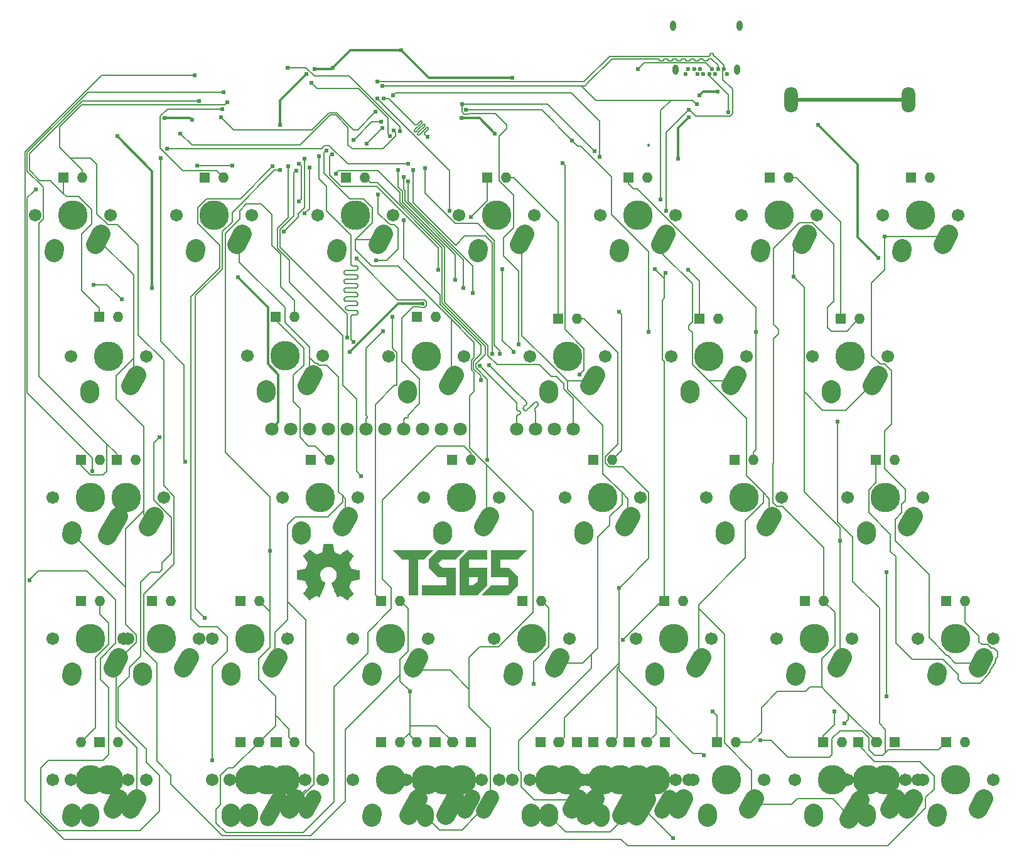
<source format=gbr>
G04 #@! TF.FileFunction,Copper,L1,Top,Signal*
%FSLAX46Y46*%
G04 Gerber Fmt 4.6, Leading zero omitted, Abs format (unit mm)*
G04 Created by KiCad (PCBNEW 4.0.1-stable) date 2/1/2016 10:13:23 PM*
%MOMM*%
G01*
G04 APERTURE LIST*
%ADD10C,0.150000*%
%ADD11C,0.010000*%
%ADD12C,0.002540*%
%ADD13O,1.400000X1.400000*%
%ADD14R,1.400000X1.400000*%
%ADD15C,3.987810*%
%ADD16C,1.701810*%
%ADD17C,2.500000*%
%ADD18C,2.100000*%
%ADD19C,2.300000*%
%ADD20C,1.800000*%
%ADD21O,1.800000X3.500000*%
%ADD22C,2.000000*%
%ADD23O,0.800000X1.400000*%
%ADD24C,0.600000*%
%ADD25C,0.609600*%
%ADD26C,0.152400*%
%ADD27C,0.304800*%
%ADD28C,0.508000*%
G04 APERTURE END LIST*
D10*
D11*
G36*
X78543760Y-90607320D02*
X77949465Y-91201680D01*
X77050240Y-91201680D01*
X77050240Y-95997200D01*
X75851360Y-95997200D01*
X75851360Y-91201680D01*
X74952134Y-91201680D01*
X74357840Y-90607320D01*
X73763545Y-90012960D01*
X79138054Y-90012960D01*
X78543760Y-90607320D01*
X78543760Y-90607320D01*
G37*
X78543760Y-90607320D02*
X77949465Y-91201680D01*
X77050240Y-91201680D01*
X77050240Y-95997200D01*
X75851360Y-95997200D01*
X75851360Y-91201680D01*
X74952134Y-91201680D01*
X74357840Y-90607320D01*
X73763545Y-90012960D01*
X79138054Y-90012960D01*
X78543760Y-90607320D01*
G36*
X83334134Y-90012960D02*
X82739840Y-90607320D01*
X82145545Y-91201680D01*
X80347032Y-91201680D01*
X80044835Y-91504002D01*
X79742638Y-91806325D01*
X80044961Y-92108522D01*
X80347284Y-92410720D01*
X82150560Y-92410720D01*
X82150560Y-95997200D01*
X77659840Y-95997200D01*
X77659840Y-94808480D01*
X80951680Y-94808480D01*
X80951680Y-93599440D01*
X79757815Y-93599440D01*
X78553919Y-92395416D01*
X78553920Y-91801055D01*
X78553920Y-91206695D01*
X79747784Y-90012959D01*
X81540959Y-90012959D01*
X83334134Y-90012960D01*
X83334134Y-90012960D01*
G37*
X83334134Y-90012960D02*
X82739840Y-90607320D01*
X82145545Y-91201680D01*
X80347032Y-91201680D01*
X80044835Y-91504002D01*
X79742638Y-91806325D01*
X80044961Y-92108522D01*
X80347284Y-92410720D01*
X82150560Y-92410720D01*
X82150560Y-95997200D01*
X77659840Y-95997200D01*
X77659840Y-94808480D01*
X80951680Y-94808480D01*
X80951680Y-93599440D01*
X79757815Y-93599440D01*
X78553919Y-92395416D01*
X78553920Y-91801055D01*
X78553920Y-91206695D01*
X79747784Y-90012959D01*
X81540959Y-90012959D01*
X83334134Y-90012960D01*
G36*
X86346640Y-90012960D02*
X86346640Y-91201680D01*
X83948880Y-91201680D01*
X83948880Y-92410720D01*
X86346640Y-92410720D01*
X86346640Y-94803464D01*
X85749707Y-95400332D01*
X85152775Y-95997200D01*
X82760160Y-95997200D01*
X82760160Y-93599440D01*
X83948880Y-93599440D01*
X83948880Y-94808480D01*
X84553275Y-94808480D01*
X84855597Y-94506283D01*
X85157920Y-94204087D01*
X85157920Y-93599440D01*
X83948880Y-93599440D01*
X82760160Y-93599440D01*
X82760160Y-91206695D01*
X83954024Y-90012959D01*
X85150332Y-90012959D01*
X86346640Y-90012960D01*
X86346640Y-90012960D01*
G37*
X86346640Y-90012960D02*
X86346640Y-91201680D01*
X83948880Y-91201680D01*
X83948880Y-92410720D01*
X86346640Y-92410720D01*
X86346640Y-94803464D01*
X85749707Y-95400332D01*
X85152775Y-95997200D01*
X82760160Y-95997200D01*
X82760160Y-93599440D01*
X83948880Y-93599440D01*
X83948880Y-94808480D01*
X84553275Y-94808480D01*
X84855597Y-94506283D01*
X85157920Y-94204087D01*
X85157920Y-93599440D01*
X83948880Y-93599440D01*
X82760160Y-93599440D01*
X82760160Y-91206695D01*
X83954024Y-90012959D01*
X85150332Y-90012959D01*
X86346640Y-90012960D01*
G36*
X91142160Y-90607320D02*
X90547865Y-91201680D01*
X88144960Y-91201680D01*
X88144960Y-92410720D01*
X89348984Y-92410720D01*
X90542720Y-93604584D01*
X90542720Y-94803464D01*
X89945787Y-95400332D01*
X89348855Y-95997200D01*
X85772665Y-95997200D01*
X86366960Y-95402840D01*
X86961254Y-94808480D01*
X89354000Y-94808480D01*
X89354000Y-93599440D01*
X86956240Y-93599440D01*
X86956240Y-90012960D01*
X91736454Y-90012960D01*
X91142160Y-90607320D01*
X91142160Y-90607320D01*
G37*
X91142160Y-90607320D02*
X90547865Y-91201680D01*
X88144960Y-91201680D01*
X88144960Y-92410720D01*
X89348984Y-92410720D01*
X90542720Y-93604584D01*
X90542720Y-94803464D01*
X89945787Y-95400332D01*
X89348855Y-95997200D01*
X85772665Y-95997200D01*
X86366960Y-95402840D01*
X86961254Y-94808480D01*
X89354000Y-94808480D01*
X89354000Y-93599440D01*
X86956240Y-93599440D01*
X86956240Y-90012960D01*
X91736454Y-90012960D01*
X91142160Y-90607320D01*
D12*
G36*
X69191000Y-93332740D02*
X69188460Y-93474980D01*
X69188460Y-93591820D01*
X69188460Y-93685800D01*
X69185920Y-93759460D01*
X69185920Y-93815340D01*
X69183380Y-93853440D01*
X69178300Y-93881380D01*
X69173220Y-93896620D01*
X69170680Y-93901700D01*
X69152900Y-93906780D01*
X69109720Y-93916940D01*
X69046220Y-93932180D01*
X68962400Y-93949960D01*
X68865880Y-93967740D01*
X68759200Y-93990600D01*
X68644900Y-94010920D01*
X68515360Y-94033780D01*
X68401060Y-94056640D01*
X68302000Y-94076960D01*
X68220720Y-94094740D01*
X68162300Y-94109980D01*
X68124200Y-94120140D01*
X68114040Y-94125220D01*
X68103880Y-94143000D01*
X68083560Y-94181100D01*
X68058160Y-94239520D01*
X68027680Y-94313180D01*
X67992120Y-94397000D01*
X67954020Y-94485900D01*
X67918460Y-94577340D01*
X67880360Y-94671320D01*
X67847340Y-94757680D01*
X67819400Y-94833880D01*
X67794000Y-94899920D01*
X67778760Y-94948180D01*
X67771140Y-94976120D01*
X67771140Y-94981200D01*
X67778760Y-94996440D01*
X67801620Y-95032000D01*
X67839720Y-95087880D01*
X67885440Y-95156460D01*
X67938780Y-95237740D01*
X68002280Y-95326640D01*
X68068320Y-95423160D01*
X68134360Y-95519680D01*
X68195320Y-95611120D01*
X68248660Y-95694940D01*
X68294380Y-95763520D01*
X68327400Y-95819400D01*
X68350260Y-95854960D01*
X68357880Y-95872740D01*
X68347720Y-95887980D01*
X68319780Y-95921000D01*
X68276600Y-95969260D01*
X68223260Y-96027680D01*
X68157220Y-96093720D01*
X68086100Y-96167380D01*
X68009900Y-96246120D01*
X67931160Y-96324860D01*
X67854960Y-96401060D01*
X67778760Y-96474720D01*
X67712720Y-96540760D01*
X67651760Y-96596640D01*
X67603500Y-96639820D01*
X67570480Y-96670300D01*
X67552700Y-96683000D01*
X67550160Y-96683000D01*
X67534920Y-96675380D01*
X67499360Y-96652520D01*
X67443480Y-96616960D01*
X67374900Y-96571240D01*
X67293620Y-96517900D01*
X67202180Y-96456940D01*
X67108200Y-96393440D01*
X67011680Y-96327400D01*
X66920240Y-96263900D01*
X66838960Y-96210560D01*
X66770380Y-96167380D01*
X66714500Y-96131820D01*
X66678940Y-96111500D01*
X66661160Y-96103880D01*
X66640840Y-96108960D01*
X66602740Y-96126740D01*
X66546860Y-96154680D01*
X66483360Y-96187700D01*
X66452880Y-96202940D01*
X66381760Y-96241040D01*
X66320800Y-96268980D01*
X66272540Y-96289300D01*
X66242060Y-96299460D01*
X66236980Y-96299460D01*
X66229360Y-96294380D01*
X66221740Y-96284220D01*
X66209040Y-96263900D01*
X66193800Y-96233420D01*
X66173480Y-96192780D01*
X66148080Y-96134360D01*
X66115060Y-96063240D01*
X66076960Y-95974340D01*
X66031240Y-95867660D01*
X65977900Y-95738120D01*
X65914400Y-95585720D01*
X65840740Y-95410460D01*
X65828040Y-95379980D01*
X65767080Y-95227580D01*
X65706120Y-95082800D01*
X65652780Y-94948180D01*
X65601980Y-94823720D01*
X65558800Y-94714500D01*
X65520700Y-94620520D01*
X65492760Y-94544320D01*
X65472440Y-94488440D01*
X65462280Y-94455420D01*
X65459740Y-94445260D01*
X65474980Y-94430020D01*
X65505460Y-94402080D01*
X65551180Y-94366520D01*
X65596900Y-94333500D01*
X65713740Y-94247140D01*
X65810260Y-94165860D01*
X65889000Y-94084580D01*
X65955040Y-93995680D01*
X66016000Y-93896620D01*
X66046480Y-93840740D01*
X66112520Y-93678180D01*
X66153160Y-93510540D01*
X66165860Y-93340360D01*
X66153160Y-93170180D01*
X66115060Y-93005080D01*
X66054100Y-92847600D01*
X65967740Y-92695200D01*
X65855980Y-92555500D01*
X65848360Y-92547880D01*
X65716280Y-92425960D01*
X65568960Y-92326900D01*
X65403860Y-92250700D01*
X65322580Y-92222760D01*
X65276860Y-92210060D01*
X65233680Y-92199900D01*
X65185420Y-92194820D01*
X65124460Y-92192280D01*
X65048260Y-92189740D01*
X65005080Y-92189740D01*
X64921260Y-92189740D01*
X64852680Y-92192280D01*
X64801880Y-92197360D01*
X64756160Y-92204980D01*
X64710440Y-92217680D01*
X64690120Y-92222760D01*
X64517400Y-92291340D01*
X64362460Y-92380240D01*
X64222760Y-92492000D01*
X64103380Y-92624080D01*
X64004320Y-92771400D01*
X63976380Y-92824740D01*
X63920500Y-92954280D01*
X63882400Y-93076200D01*
X63862080Y-93203200D01*
X63857000Y-93337820D01*
X63869700Y-93518160D01*
X63910340Y-93690880D01*
X63976380Y-93853440D01*
X64065280Y-94003300D01*
X64179580Y-94137920D01*
X64230380Y-94186180D01*
X64293880Y-94239520D01*
X64367540Y-94295400D01*
X64436120Y-94346200D01*
X64497080Y-94386840D01*
X64504700Y-94389380D01*
X64537720Y-94414780D01*
X64555500Y-94440180D01*
X64558040Y-94445260D01*
X64552960Y-94463040D01*
X64540260Y-94506220D01*
X64514860Y-94572260D01*
X64481840Y-94661160D01*
X64438660Y-94770380D01*
X64387860Y-94897380D01*
X64329440Y-95042160D01*
X64263400Y-95202180D01*
X64197360Y-95359660D01*
X64136400Y-95509520D01*
X64075440Y-95651760D01*
X64019560Y-95786380D01*
X63968760Y-95908300D01*
X63923040Y-96017520D01*
X63884940Y-96108960D01*
X63854460Y-96182620D01*
X63831600Y-96235960D01*
X63818900Y-96266440D01*
X63816360Y-96274060D01*
X63793500Y-96294380D01*
X63773180Y-96302000D01*
X63752860Y-96294380D01*
X63712220Y-96276600D01*
X63656340Y-96251200D01*
X63590300Y-96215640D01*
X63562360Y-96200400D01*
X63478540Y-96157220D01*
X63412500Y-96126740D01*
X63366780Y-96108960D01*
X63343920Y-96106420D01*
X63326140Y-96116580D01*
X63285500Y-96139440D01*
X63229620Y-96175000D01*
X63163580Y-96218180D01*
X63087380Y-96268980D01*
X63039120Y-96302000D01*
X62909580Y-96393440D01*
X62800360Y-96467100D01*
X62711460Y-96528060D01*
X62637800Y-96578860D01*
X62581920Y-96616960D01*
X62538740Y-96644900D01*
X62505720Y-96662680D01*
X62482860Y-96675380D01*
X62470160Y-96680460D01*
X62462540Y-96683000D01*
X62449840Y-96672840D01*
X62416820Y-96644900D01*
X62368560Y-96601720D01*
X62307600Y-96545840D01*
X62236480Y-96477260D01*
X62157740Y-96398520D01*
X62073920Y-96314700D01*
X62056140Y-96296920D01*
X61969780Y-96210560D01*
X61891040Y-96131820D01*
X61819920Y-96058160D01*
X61758960Y-95994660D01*
X61710700Y-95943860D01*
X61677680Y-95908300D01*
X61662440Y-95890520D01*
X61662440Y-95887980D01*
X61659900Y-95880360D01*
X61659900Y-95872740D01*
X61662440Y-95862580D01*
X61667520Y-95844800D01*
X61680220Y-95821940D01*
X61700540Y-95791460D01*
X61728480Y-95748280D01*
X61769120Y-95689860D01*
X61817380Y-95616200D01*
X61880880Y-95522220D01*
X61959620Y-95410460D01*
X61967240Y-95400300D01*
X62033280Y-95303780D01*
X62091700Y-95214880D01*
X62145040Y-95133600D01*
X62190760Y-95067560D01*
X62223780Y-95014220D01*
X62244100Y-94981200D01*
X62249180Y-94965960D01*
X62244100Y-94948180D01*
X62228860Y-94907540D01*
X62208540Y-94849120D01*
X62178060Y-94772920D01*
X62142500Y-94684020D01*
X62104400Y-94584960D01*
X62084080Y-94536700D01*
X62035820Y-94414780D01*
X61995180Y-94315720D01*
X61962160Y-94239520D01*
X61936760Y-94183640D01*
X61916440Y-94145540D01*
X61901200Y-94122680D01*
X61891040Y-94112520D01*
X61870720Y-94107440D01*
X61825000Y-94097280D01*
X61758960Y-94084580D01*
X61675140Y-94066800D01*
X61578620Y-94049020D01*
X61469400Y-94028700D01*
X61362720Y-94008380D01*
X61245880Y-93988060D01*
X61139200Y-93965200D01*
X61042680Y-93947420D01*
X60963940Y-93929640D01*
X60900440Y-93916940D01*
X60859800Y-93906780D01*
X60844560Y-93901700D01*
X60839480Y-93891540D01*
X60834400Y-93873760D01*
X60831860Y-93840740D01*
X60829320Y-93795020D01*
X60826780Y-93731520D01*
X60824240Y-93647700D01*
X60824240Y-93541020D01*
X60824240Y-93411480D01*
X60824240Y-93330200D01*
X60824240Y-92776480D01*
X60857260Y-92756160D01*
X60877580Y-92748540D01*
X60923300Y-92738380D01*
X60989340Y-92723140D01*
X61073160Y-92705360D01*
X61172220Y-92685040D01*
X61281440Y-92664720D01*
X61400820Y-92641860D01*
X61403360Y-92641860D01*
X61520200Y-92621540D01*
X61629420Y-92598680D01*
X61725940Y-92580900D01*
X61809760Y-92563120D01*
X61873260Y-92547880D01*
X61916440Y-92537720D01*
X61934220Y-92530100D01*
X61936760Y-92530100D01*
X61946920Y-92512320D01*
X61964700Y-92474220D01*
X61992640Y-92415800D01*
X62023120Y-92344680D01*
X62058680Y-92263400D01*
X62096780Y-92177040D01*
X62134880Y-92085600D01*
X62172980Y-91999240D01*
X62206000Y-91917960D01*
X62236480Y-91846840D01*
X62259340Y-91790960D01*
X62272040Y-91750320D01*
X62277120Y-91735080D01*
X62269500Y-91719840D01*
X62246640Y-91681740D01*
X62213620Y-91628400D01*
X62167900Y-91557280D01*
X62112020Y-91476000D01*
X62051060Y-91384560D01*
X61982480Y-91285500D01*
X61972320Y-91270260D01*
X61903740Y-91168660D01*
X61840240Y-91074680D01*
X61784360Y-90990860D01*
X61736100Y-90917200D01*
X61698000Y-90858780D01*
X61672600Y-90818140D01*
X61659900Y-90797820D01*
X61659900Y-90797820D01*
X61662440Y-90785120D01*
X61675140Y-90767340D01*
X61695460Y-90739400D01*
X61731020Y-90698760D01*
X61779280Y-90645420D01*
X61845320Y-90579380D01*
X61926600Y-90495560D01*
X62025660Y-90396500D01*
X62045980Y-90376180D01*
X62145040Y-90274580D01*
X62236480Y-90188220D01*
X62312680Y-90114560D01*
X62376180Y-90056140D01*
X62424440Y-90012960D01*
X62454920Y-89987560D01*
X62465080Y-89982480D01*
X62482860Y-89990100D01*
X62520960Y-90010420D01*
X62576840Y-90045980D01*
X62647960Y-90091700D01*
X62729240Y-90145040D01*
X62823220Y-90208540D01*
X62922280Y-90274580D01*
X62932440Y-90282200D01*
X63031500Y-90350780D01*
X63125480Y-90414280D01*
X63209300Y-90472700D01*
X63282960Y-90520960D01*
X63341380Y-90559060D01*
X63382020Y-90587000D01*
X63402340Y-90599700D01*
X63402340Y-90599700D01*
X63415040Y-90604780D01*
X63432820Y-90602240D01*
X63460760Y-90597160D01*
X63498860Y-90584460D01*
X63552200Y-90566680D01*
X63623320Y-90538740D01*
X63717300Y-90500640D01*
X63783340Y-90472700D01*
X63900180Y-90426980D01*
X63991620Y-90388880D01*
X64065280Y-90358400D01*
X64118620Y-90333000D01*
X64156720Y-90315220D01*
X64184660Y-90302520D01*
X64199900Y-90289820D01*
X64210060Y-90279660D01*
X64215140Y-90272040D01*
X64217680Y-90264420D01*
X64222760Y-90244100D01*
X64230380Y-90200920D01*
X64243080Y-90134880D01*
X64260860Y-90051060D01*
X64278640Y-89952000D01*
X64298960Y-89842780D01*
X64321820Y-89725940D01*
X64324360Y-89713240D01*
X64347220Y-89593860D01*
X64367540Y-89484640D01*
X64387860Y-89385580D01*
X64405640Y-89301760D01*
X64420880Y-89235720D01*
X64431040Y-89190000D01*
X64436120Y-89169680D01*
X64438660Y-89169680D01*
X64446280Y-89164600D01*
X64464060Y-89159520D01*
X64492000Y-89156980D01*
X64535180Y-89154440D01*
X64596140Y-89151900D01*
X64674880Y-89149360D01*
X64773940Y-89149360D01*
X64898400Y-89149360D01*
X65005080Y-89149360D01*
X65127000Y-89149360D01*
X65241300Y-89149360D01*
X65342900Y-89151900D01*
X65431800Y-89154440D01*
X65500380Y-89154440D01*
X65548640Y-89156980D01*
X65574040Y-89159520D01*
X65574040Y-89159520D01*
X65581660Y-89177300D01*
X65594360Y-89220480D01*
X65609600Y-89286520D01*
X65627380Y-89375420D01*
X65650240Y-89484640D01*
X65673100Y-89609100D01*
X65695960Y-89725940D01*
X65718820Y-89847860D01*
X65741680Y-89959620D01*
X65762000Y-90061220D01*
X65777240Y-90147580D01*
X65792480Y-90216160D01*
X65805180Y-90264420D01*
X65810260Y-90289820D01*
X65812800Y-90292360D01*
X65830580Y-90302520D01*
X65868680Y-90320300D01*
X65927100Y-90345700D01*
X65995680Y-90376180D01*
X66076960Y-90409200D01*
X66163320Y-90444760D01*
X66252220Y-90480320D01*
X66338580Y-90515880D01*
X66419860Y-90546360D01*
X66490980Y-90574300D01*
X66546860Y-90594620D01*
X66584960Y-90607320D01*
X66600200Y-90612400D01*
X66615440Y-90602240D01*
X66651000Y-90579380D01*
X66704340Y-90543820D01*
X66772920Y-90495560D01*
X66854200Y-90439680D01*
X66945640Y-90378720D01*
X67047240Y-90310140D01*
X67070100Y-90292360D01*
X67171700Y-90223780D01*
X67265680Y-90160280D01*
X67352040Y-90104400D01*
X67425700Y-90056140D01*
X67484120Y-90018040D01*
X67524760Y-89992640D01*
X67547620Y-89982480D01*
X67550160Y-89982480D01*
X67565400Y-89990100D01*
X67598420Y-90018040D01*
X67644140Y-90061220D01*
X67702560Y-90117100D01*
X67771140Y-90180600D01*
X67844800Y-90254260D01*
X67923540Y-90330460D01*
X67999740Y-90409200D01*
X68078480Y-90485400D01*
X68149600Y-90561600D01*
X68215640Y-90627640D01*
X68271520Y-90688600D01*
X68317240Y-90736860D01*
X68345180Y-90772420D01*
X68357880Y-90790200D01*
X68357880Y-90790200D01*
X68350260Y-90807980D01*
X68327400Y-90843540D01*
X68291840Y-90899420D01*
X68246120Y-90970540D01*
X68192780Y-91051820D01*
X68131820Y-91143260D01*
X68063240Y-91242320D01*
X68060700Y-91247400D01*
X67992120Y-91346460D01*
X67928620Y-91440440D01*
X67870200Y-91524260D01*
X67821940Y-91595380D01*
X67786380Y-91653800D01*
X67758440Y-91691900D01*
X67748280Y-91712220D01*
X67748280Y-91712220D01*
X67745740Y-91724920D01*
X67748280Y-91745240D01*
X67758440Y-91778260D01*
X67773680Y-91826520D01*
X67799080Y-91890020D01*
X67834640Y-91973840D01*
X67877820Y-92077980D01*
X67900680Y-92131320D01*
X67946400Y-92238000D01*
X67987040Y-92329440D01*
X68025140Y-92410720D01*
X68055620Y-92471680D01*
X68078480Y-92514860D01*
X68091180Y-92535180D01*
X68093720Y-92537720D01*
X68111500Y-92542800D01*
X68154680Y-92552960D01*
X68220720Y-92565660D01*
X68302000Y-92583440D01*
X68401060Y-92601220D01*
X68510280Y-92624080D01*
X68629660Y-92646940D01*
X68642360Y-92646940D01*
X68776980Y-92674880D01*
X68896360Y-92697740D01*
X68997960Y-92718060D01*
X69076700Y-92735840D01*
X69135120Y-92751080D01*
X69170680Y-92761240D01*
X69178300Y-92763780D01*
X69180840Y-92781560D01*
X69183380Y-92824740D01*
X69185920Y-92888240D01*
X69185920Y-92972060D01*
X69188460Y-93071120D01*
X69188460Y-93180340D01*
X69191000Y-93302260D01*
X69191000Y-93332740D01*
X69191000Y-93332740D01*
X69191000Y-93332740D01*
G37*
X69191000Y-93332740D02*
X69188460Y-93474980D01*
X69188460Y-93591820D01*
X69188460Y-93685800D01*
X69185920Y-93759460D01*
X69185920Y-93815340D01*
X69183380Y-93853440D01*
X69178300Y-93881380D01*
X69173220Y-93896620D01*
X69170680Y-93901700D01*
X69152900Y-93906780D01*
X69109720Y-93916940D01*
X69046220Y-93932180D01*
X68962400Y-93949960D01*
X68865880Y-93967740D01*
X68759200Y-93990600D01*
X68644900Y-94010920D01*
X68515360Y-94033780D01*
X68401060Y-94056640D01*
X68302000Y-94076960D01*
X68220720Y-94094740D01*
X68162300Y-94109980D01*
X68124200Y-94120140D01*
X68114040Y-94125220D01*
X68103880Y-94143000D01*
X68083560Y-94181100D01*
X68058160Y-94239520D01*
X68027680Y-94313180D01*
X67992120Y-94397000D01*
X67954020Y-94485900D01*
X67918460Y-94577340D01*
X67880360Y-94671320D01*
X67847340Y-94757680D01*
X67819400Y-94833880D01*
X67794000Y-94899920D01*
X67778760Y-94948180D01*
X67771140Y-94976120D01*
X67771140Y-94981200D01*
X67778760Y-94996440D01*
X67801620Y-95032000D01*
X67839720Y-95087880D01*
X67885440Y-95156460D01*
X67938780Y-95237740D01*
X68002280Y-95326640D01*
X68068320Y-95423160D01*
X68134360Y-95519680D01*
X68195320Y-95611120D01*
X68248660Y-95694940D01*
X68294380Y-95763520D01*
X68327400Y-95819400D01*
X68350260Y-95854960D01*
X68357880Y-95872740D01*
X68347720Y-95887980D01*
X68319780Y-95921000D01*
X68276600Y-95969260D01*
X68223260Y-96027680D01*
X68157220Y-96093720D01*
X68086100Y-96167380D01*
X68009900Y-96246120D01*
X67931160Y-96324860D01*
X67854960Y-96401060D01*
X67778760Y-96474720D01*
X67712720Y-96540760D01*
X67651760Y-96596640D01*
X67603500Y-96639820D01*
X67570480Y-96670300D01*
X67552700Y-96683000D01*
X67550160Y-96683000D01*
X67534920Y-96675380D01*
X67499360Y-96652520D01*
X67443480Y-96616960D01*
X67374900Y-96571240D01*
X67293620Y-96517900D01*
X67202180Y-96456940D01*
X67108200Y-96393440D01*
X67011680Y-96327400D01*
X66920240Y-96263900D01*
X66838960Y-96210560D01*
X66770380Y-96167380D01*
X66714500Y-96131820D01*
X66678940Y-96111500D01*
X66661160Y-96103880D01*
X66640840Y-96108960D01*
X66602740Y-96126740D01*
X66546860Y-96154680D01*
X66483360Y-96187700D01*
X66452880Y-96202940D01*
X66381760Y-96241040D01*
X66320800Y-96268980D01*
X66272540Y-96289300D01*
X66242060Y-96299460D01*
X66236980Y-96299460D01*
X66229360Y-96294380D01*
X66221740Y-96284220D01*
X66209040Y-96263900D01*
X66193800Y-96233420D01*
X66173480Y-96192780D01*
X66148080Y-96134360D01*
X66115060Y-96063240D01*
X66076960Y-95974340D01*
X66031240Y-95867660D01*
X65977900Y-95738120D01*
X65914400Y-95585720D01*
X65840740Y-95410460D01*
X65828040Y-95379980D01*
X65767080Y-95227580D01*
X65706120Y-95082800D01*
X65652780Y-94948180D01*
X65601980Y-94823720D01*
X65558800Y-94714500D01*
X65520700Y-94620520D01*
X65492760Y-94544320D01*
X65472440Y-94488440D01*
X65462280Y-94455420D01*
X65459740Y-94445260D01*
X65474980Y-94430020D01*
X65505460Y-94402080D01*
X65551180Y-94366520D01*
X65596900Y-94333500D01*
X65713740Y-94247140D01*
X65810260Y-94165860D01*
X65889000Y-94084580D01*
X65955040Y-93995680D01*
X66016000Y-93896620D01*
X66046480Y-93840740D01*
X66112520Y-93678180D01*
X66153160Y-93510540D01*
X66165860Y-93340360D01*
X66153160Y-93170180D01*
X66115060Y-93005080D01*
X66054100Y-92847600D01*
X65967740Y-92695200D01*
X65855980Y-92555500D01*
X65848360Y-92547880D01*
X65716280Y-92425960D01*
X65568960Y-92326900D01*
X65403860Y-92250700D01*
X65322580Y-92222760D01*
X65276860Y-92210060D01*
X65233680Y-92199900D01*
X65185420Y-92194820D01*
X65124460Y-92192280D01*
X65048260Y-92189740D01*
X65005080Y-92189740D01*
X64921260Y-92189740D01*
X64852680Y-92192280D01*
X64801880Y-92197360D01*
X64756160Y-92204980D01*
X64710440Y-92217680D01*
X64690120Y-92222760D01*
X64517400Y-92291340D01*
X64362460Y-92380240D01*
X64222760Y-92492000D01*
X64103380Y-92624080D01*
X64004320Y-92771400D01*
X63976380Y-92824740D01*
X63920500Y-92954280D01*
X63882400Y-93076200D01*
X63862080Y-93203200D01*
X63857000Y-93337820D01*
X63869700Y-93518160D01*
X63910340Y-93690880D01*
X63976380Y-93853440D01*
X64065280Y-94003300D01*
X64179580Y-94137920D01*
X64230380Y-94186180D01*
X64293880Y-94239520D01*
X64367540Y-94295400D01*
X64436120Y-94346200D01*
X64497080Y-94386840D01*
X64504700Y-94389380D01*
X64537720Y-94414780D01*
X64555500Y-94440180D01*
X64558040Y-94445260D01*
X64552960Y-94463040D01*
X64540260Y-94506220D01*
X64514860Y-94572260D01*
X64481840Y-94661160D01*
X64438660Y-94770380D01*
X64387860Y-94897380D01*
X64329440Y-95042160D01*
X64263400Y-95202180D01*
X64197360Y-95359660D01*
X64136400Y-95509520D01*
X64075440Y-95651760D01*
X64019560Y-95786380D01*
X63968760Y-95908300D01*
X63923040Y-96017520D01*
X63884940Y-96108960D01*
X63854460Y-96182620D01*
X63831600Y-96235960D01*
X63818900Y-96266440D01*
X63816360Y-96274060D01*
X63793500Y-96294380D01*
X63773180Y-96302000D01*
X63752860Y-96294380D01*
X63712220Y-96276600D01*
X63656340Y-96251200D01*
X63590300Y-96215640D01*
X63562360Y-96200400D01*
X63478540Y-96157220D01*
X63412500Y-96126740D01*
X63366780Y-96108960D01*
X63343920Y-96106420D01*
X63326140Y-96116580D01*
X63285500Y-96139440D01*
X63229620Y-96175000D01*
X63163580Y-96218180D01*
X63087380Y-96268980D01*
X63039120Y-96302000D01*
X62909580Y-96393440D01*
X62800360Y-96467100D01*
X62711460Y-96528060D01*
X62637800Y-96578860D01*
X62581920Y-96616960D01*
X62538740Y-96644900D01*
X62505720Y-96662680D01*
X62482860Y-96675380D01*
X62470160Y-96680460D01*
X62462540Y-96683000D01*
X62449840Y-96672840D01*
X62416820Y-96644900D01*
X62368560Y-96601720D01*
X62307600Y-96545840D01*
X62236480Y-96477260D01*
X62157740Y-96398520D01*
X62073920Y-96314700D01*
X62056140Y-96296920D01*
X61969780Y-96210560D01*
X61891040Y-96131820D01*
X61819920Y-96058160D01*
X61758960Y-95994660D01*
X61710700Y-95943860D01*
X61677680Y-95908300D01*
X61662440Y-95890520D01*
X61662440Y-95887980D01*
X61659900Y-95880360D01*
X61659900Y-95872740D01*
X61662440Y-95862580D01*
X61667520Y-95844800D01*
X61680220Y-95821940D01*
X61700540Y-95791460D01*
X61728480Y-95748280D01*
X61769120Y-95689860D01*
X61817380Y-95616200D01*
X61880880Y-95522220D01*
X61959620Y-95410460D01*
X61967240Y-95400300D01*
X62033280Y-95303780D01*
X62091700Y-95214880D01*
X62145040Y-95133600D01*
X62190760Y-95067560D01*
X62223780Y-95014220D01*
X62244100Y-94981200D01*
X62249180Y-94965960D01*
X62244100Y-94948180D01*
X62228860Y-94907540D01*
X62208540Y-94849120D01*
X62178060Y-94772920D01*
X62142500Y-94684020D01*
X62104400Y-94584960D01*
X62084080Y-94536700D01*
X62035820Y-94414780D01*
X61995180Y-94315720D01*
X61962160Y-94239520D01*
X61936760Y-94183640D01*
X61916440Y-94145540D01*
X61901200Y-94122680D01*
X61891040Y-94112520D01*
X61870720Y-94107440D01*
X61825000Y-94097280D01*
X61758960Y-94084580D01*
X61675140Y-94066800D01*
X61578620Y-94049020D01*
X61469400Y-94028700D01*
X61362720Y-94008380D01*
X61245880Y-93988060D01*
X61139200Y-93965200D01*
X61042680Y-93947420D01*
X60963940Y-93929640D01*
X60900440Y-93916940D01*
X60859800Y-93906780D01*
X60844560Y-93901700D01*
X60839480Y-93891540D01*
X60834400Y-93873760D01*
X60831860Y-93840740D01*
X60829320Y-93795020D01*
X60826780Y-93731520D01*
X60824240Y-93647700D01*
X60824240Y-93541020D01*
X60824240Y-93411480D01*
X60824240Y-93330200D01*
X60824240Y-92776480D01*
X60857260Y-92756160D01*
X60877580Y-92748540D01*
X60923300Y-92738380D01*
X60989340Y-92723140D01*
X61073160Y-92705360D01*
X61172220Y-92685040D01*
X61281440Y-92664720D01*
X61400820Y-92641860D01*
X61403360Y-92641860D01*
X61520200Y-92621540D01*
X61629420Y-92598680D01*
X61725940Y-92580900D01*
X61809760Y-92563120D01*
X61873260Y-92547880D01*
X61916440Y-92537720D01*
X61934220Y-92530100D01*
X61936760Y-92530100D01*
X61946920Y-92512320D01*
X61964700Y-92474220D01*
X61992640Y-92415800D01*
X62023120Y-92344680D01*
X62058680Y-92263400D01*
X62096780Y-92177040D01*
X62134880Y-92085600D01*
X62172980Y-91999240D01*
X62206000Y-91917960D01*
X62236480Y-91846840D01*
X62259340Y-91790960D01*
X62272040Y-91750320D01*
X62277120Y-91735080D01*
X62269500Y-91719840D01*
X62246640Y-91681740D01*
X62213620Y-91628400D01*
X62167900Y-91557280D01*
X62112020Y-91476000D01*
X62051060Y-91384560D01*
X61982480Y-91285500D01*
X61972320Y-91270260D01*
X61903740Y-91168660D01*
X61840240Y-91074680D01*
X61784360Y-90990860D01*
X61736100Y-90917200D01*
X61698000Y-90858780D01*
X61672600Y-90818140D01*
X61659900Y-90797820D01*
X61659900Y-90797820D01*
X61662440Y-90785120D01*
X61675140Y-90767340D01*
X61695460Y-90739400D01*
X61731020Y-90698760D01*
X61779280Y-90645420D01*
X61845320Y-90579380D01*
X61926600Y-90495560D01*
X62025660Y-90396500D01*
X62045980Y-90376180D01*
X62145040Y-90274580D01*
X62236480Y-90188220D01*
X62312680Y-90114560D01*
X62376180Y-90056140D01*
X62424440Y-90012960D01*
X62454920Y-89987560D01*
X62465080Y-89982480D01*
X62482860Y-89990100D01*
X62520960Y-90010420D01*
X62576840Y-90045980D01*
X62647960Y-90091700D01*
X62729240Y-90145040D01*
X62823220Y-90208540D01*
X62922280Y-90274580D01*
X62932440Y-90282200D01*
X63031500Y-90350780D01*
X63125480Y-90414280D01*
X63209300Y-90472700D01*
X63282960Y-90520960D01*
X63341380Y-90559060D01*
X63382020Y-90587000D01*
X63402340Y-90599700D01*
X63402340Y-90599700D01*
X63415040Y-90604780D01*
X63432820Y-90602240D01*
X63460760Y-90597160D01*
X63498860Y-90584460D01*
X63552200Y-90566680D01*
X63623320Y-90538740D01*
X63717300Y-90500640D01*
X63783340Y-90472700D01*
X63900180Y-90426980D01*
X63991620Y-90388880D01*
X64065280Y-90358400D01*
X64118620Y-90333000D01*
X64156720Y-90315220D01*
X64184660Y-90302520D01*
X64199900Y-90289820D01*
X64210060Y-90279660D01*
X64215140Y-90272040D01*
X64217680Y-90264420D01*
X64222760Y-90244100D01*
X64230380Y-90200920D01*
X64243080Y-90134880D01*
X64260860Y-90051060D01*
X64278640Y-89952000D01*
X64298960Y-89842780D01*
X64321820Y-89725940D01*
X64324360Y-89713240D01*
X64347220Y-89593860D01*
X64367540Y-89484640D01*
X64387860Y-89385580D01*
X64405640Y-89301760D01*
X64420880Y-89235720D01*
X64431040Y-89190000D01*
X64436120Y-89169680D01*
X64438660Y-89169680D01*
X64446280Y-89164600D01*
X64464060Y-89159520D01*
X64492000Y-89156980D01*
X64535180Y-89154440D01*
X64596140Y-89151900D01*
X64674880Y-89149360D01*
X64773940Y-89149360D01*
X64898400Y-89149360D01*
X65005080Y-89149360D01*
X65127000Y-89149360D01*
X65241300Y-89149360D01*
X65342900Y-89151900D01*
X65431800Y-89154440D01*
X65500380Y-89154440D01*
X65548640Y-89156980D01*
X65574040Y-89159520D01*
X65574040Y-89159520D01*
X65581660Y-89177300D01*
X65594360Y-89220480D01*
X65609600Y-89286520D01*
X65627380Y-89375420D01*
X65650240Y-89484640D01*
X65673100Y-89609100D01*
X65695960Y-89725940D01*
X65718820Y-89847860D01*
X65741680Y-89959620D01*
X65762000Y-90061220D01*
X65777240Y-90147580D01*
X65792480Y-90216160D01*
X65805180Y-90264420D01*
X65810260Y-90289820D01*
X65812800Y-90292360D01*
X65830580Y-90302520D01*
X65868680Y-90320300D01*
X65927100Y-90345700D01*
X65995680Y-90376180D01*
X66076960Y-90409200D01*
X66163320Y-90444760D01*
X66252220Y-90480320D01*
X66338580Y-90515880D01*
X66419860Y-90546360D01*
X66490980Y-90574300D01*
X66546860Y-90594620D01*
X66584960Y-90607320D01*
X66600200Y-90612400D01*
X66615440Y-90602240D01*
X66651000Y-90579380D01*
X66704340Y-90543820D01*
X66772920Y-90495560D01*
X66854200Y-90439680D01*
X66945640Y-90378720D01*
X67047240Y-90310140D01*
X67070100Y-90292360D01*
X67171700Y-90223780D01*
X67265680Y-90160280D01*
X67352040Y-90104400D01*
X67425700Y-90056140D01*
X67484120Y-90018040D01*
X67524760Y-89992640D01*
X67547620Y-89982480D01*
X67550160Y-89982480D01*
X67565400Y-89990100D01*
X67598420Y-90018040D01*
X67644140Y-90061220D01*
X67702560Y-90117100D01*
X67771140Y-90180600D01*
X67844800Y-90254260D01*
X67923540Y-90330460D01*
X67999740Y-90409200D01*
X68078480Y-90485400D01*
X68149600Y-90561600D01*
X68215640Y-90627640D01*
X68271520Y-90688600D01*
X68317240Y-90736860D01*
X68345180Y-90772420D01*
X68357880Y-90790200D01*
X68357880Y-90790200D01*
X68350260Y-90807980D01*
X68327400Y-90843540D01*
X68291840Y-90899420D01*
X68246120Y-90970540D01*
X68192780Y-91051820D01*
X68131820Y-91143260D01*
X68063240Y-91242320D01*
X68060700Y-91247400D01*
X67992120Y-91346460D01*
X67928620Y-91440440D01*
X67870200Y-91524260D01*
X67821940Y-91595380D01*
X67786380Y-91653800D01*
X67758440Y-91691900D01*
X67748280Y-91712220D01*
X67748280Y-91712220D01*
X67745740Y-91724920D01*
X67748280Y-91745240D01*
X67758440Y-91778260D01*
X67773680Y-91826520D01*
X67799080Y-91890020D01*
X67834640Y-91973840D01*
X67877820Y-92077980D01*
X67900680Y-92131320D01*
X67946400Y-92238000D01*
X67987040Y-92329440D01*
X68025140Y-92410720D01*
X68055620Y-92471680D01*
X68078480Y-92514860D01*
X68091180Y-92535180D01*
X68093720Y-92537720D01*
X68111500Y-92542800D01*
X68154680Y-92552960D01*
X68220720Y-92565660D01*
X68302000Y-92583440D01*
X68401060Y-92601220D01*
X68510280Y-92624080D01*
X68629660Y-92646940D01*
X68642360Y-92646940D01*
X68776980Y-92674880D01*
X68896360Y-92697740D01*
X68997960Y-92718060D01*
X69076700Y-92735840D01*
X69135120Y-92751080D01*
X69170680Y-92761240D01*
X69178300Y-92763780D01*
X69180840Y-92781560D01*
X69183380Y-92824740D01*
X69185920Y-92888240D01*
X69185920Y-92972060D01*
X69188460Y-93071120D01*
X69188460Y-93180340D01*
X69191000Y-93302260D01*
X69191000Y-93332740D01*
X69191000Y-93332740D01*
D13*
X138874000Y-115951000D03*
D14*
X141414000Y-115951000D03*
D15*
X140144000Y-121031000D03*
D16*
X145224000Y-121031000D03*
X135064000Y-121031000D03*
D17*
X143143547Y-125030954D02*
X143954453Y-123571046D01*
X137604276Y-126110328D02*
X137643724Y-125531672D01*
D13*
X107918000Y-115951000D03*
D14*
X110458000Y-115951000D03*
D13*
X108077000Y-115951000D03*
D14*
X105537000Y-115951000D03*
D13*
X103156000Y-115951000D03*
D14*
X105696000Y-115951000D03*
D13*
X103315000Y-115951000D03*
D14*
X100775000Y-115951000D03*
D13*
X96012000Y-115951000D03*
D14*
X98552000Y-115951000D03*
D15*
X106807000Y-121031000D03*
D16*
X111887000Y-121031000D03*
D18*
X109997432Y-125205793D02*
X111002568Y-123396207D01*
D15*
X104426000Y-121031000D03*
D16*
X99346000Y-121031000D03*
D17*
X106651760Y-125967052D02*
X107948240Y-123632948D01*
D19*
X101773474Y-126210097D02*
X101826526Y-125431903D01*
D15*
X102045000Y-121031000D03*
D17*
X104551760Y-125867052D02*
X105848240Y-123532948D01*
D15*
X97282000Y-121031000D03*
D16*
X92202000Y-121031000D03*
D17*
X99751760Y-125867052D02*
X101048240Y-123532948D01*
X94742276Y-126110328D02*
X94781724Y-125531672D01*
D15*
X109188000Y-121031000D03*
D16*
X114268000Y-121031000D03*
D17*
X112187547Y-125030954D02*
X112998453Y-123571046D01*
D13*
X81725000Y-115951000D03*
D14*
X84265000Y-115951000D03*
D15*
X82995000Y-121031000D03*
D16*
X88075000Y-121031000D03*
D18*
X85997432Y-125205793D02*
X87002568Y-123396207D01*
D15*
X133001000Y-121031000D03*
D16*
X127921000Y-121031000D03*
D17*
X135271641Y-126311294D02*
X136728359Y-123688706D01*
X130461276Y-126110328D02*
X130500724Y-125531672D01*
D15*
X137763000Y-121031000D03*
D16*
X142843000Y-121031000D03*
D17*
X140762547Y-125030954D02*
X141573453Y-123571046D01*
D15*
X106807000Y-44831000D03*
D16*
X111887000Y-44831000D03*
X101727000Y-44831000D03*
D17*
X109806547Y-48830954D02*
X110617453Y-47371046D01*
X104267276Y-49910328D02*
X104306724Y-49331672D01*
D15*
X97282000Y-63881000D03*
D16*
X102362000Y-63881000D03*
X92202000Y-63881000D03*
D17*
X100281547Y-67880954D02*
X101092453Y-66421046D01*
X94742276Y-68960328D02*
X94781724Y-68381672D01*
D15*
X73469000Y-121031000D03*
D16*
X68389000Y-121031000D03*
D17*
X75851760Y-125867052D02*
X77148240Y-123532948D01*
X70929276Y-126110328D02*
X70968724Y-125531672D01*
D15*
X32988000Y-121031000D03*
D16*
X38068000Y-121031000D03*
X27908000Y-121031000D03*
D17*
X35987547Y-125030954D02*
X36798453Y-123571046D01*
X30448276Y-126110328D02*
X30487724Y-125531672D01*
D15*
X35370000Y-121031000D03*
D16*
X40450000Y-121031000D03*
X30290000Y-121031000D03*
D17*
X38369547Y-125030954D02*
X39180453Y-123571046D01*
X32830276Y-126110328D02*
X32869724Y-125531672D01*
D15*
X35370000Y-63881000D03*
D16*
X40450000Y-63881000D03*
X30290000Y-63881000D03*
D17*
X38369547Y-67880954D02*
X39180453Y-66421046D01*
X32830276Y-68960328D02*
X32869724Y-68381672D01*
D15*
X87757000Y-44831000D03*
D16*
X92837000Y-44831000D03*
X82677000Y-44831000D03*
D17*
X90756547Y-48830954D02*
X91567453Y-47371046D01*
X85217276Y-49910328D02*
X85256724Y-49331672D01*
D15*
X125857000Y-44831000D03*
D16*
X130937000Y-44831000D03*
X120777000Y-44831000D03*
D17*
X128856547Y-48830954D02*
X129667453Y-47371046D01*
X123317276Y-49910328D02*
X123356724Y-49331672D01*
D13*
X127127000Y-39751000D03*
D14*
X124587000Y-39751000D03*
D15*
X149669000Y-101981000D03*
D16*
X154749000Y-101981000D03*
X144589000Y-101981000D03*
D17*
X152668547Y-105980954D02*
X153479453Y-104521046D01*
X147129276Y-107060328D02*
X147168724Y-106481672D01*
D15*
X94901000Y-121031000D03*
D16*
X99981000Y-121031000D03*
X89821000Y-121031000D03*
D17*
X97900547Y-125030954D02*
X98711453Y-123571046D01*
X92361276Y-126110328D02*
X92400724Y-125531672D01*
D15*
X130619000Y-101981000D03*
D16*
X135699000Y-101981000D03*
X125539000Y-101981000D03*
D17*
X133618547Y-105980954D02*
X134429453Y-104521046D01*
X128079276Y-107060328D02*
X128118724Y-106481672D01*
D15*
X111570000Y-101981000D03*
D16*
X116650000Y-101981000D03*
X106490000Y-101981000D03*
D17*
X114569547Y-105980954D02*
X115380453Y-104521046D01*
X109030276Y-107060328D02*
X109069724Y-106481672D01*
D15*
X54420000Y-101981000D03*
D16*
X59500000Y-101981000D03*
X49340000Y-101981000D03*
D17*
X57419547Y-105980954D02*
X58230453Y-104521046D01*
X51880276Y-107060328D02*
X51919724Y-106481672D01*
D15*
X42513000Y-101981000D03*
D16*
X47593000Y-101981000D03*
X37433000Y-101981000D03*
D17*
X45512547Y-105980954D02*
X46323453Y-104521046D01*
X39973276Y-107060328D02*
X40012724Y-106481672D01*
D15*
X32988000Y-101981000D03*
D16*
X38068000Y-101981000D03*
X27908000Y-101981000D03*
D17*
X35987547Y-105980954D02*
X36798453Y-104521046D01*
X30448276Y-107060328D02*
X30487724Y-106481672D01*
D15*
X73469000Y-101981000D03*
D16*
X78549000Y-101981000D03*
X68389000Y-101981000D03*
D17*
X76468547Y-105980954D02*
X77279453Y-104521046D01*
X70929276Y-107060328D02*
X70968724Y-106481672D01*
D15*
X92519000Y-101981000D03*
D16*
X97599000Y-101981000D03*
X87439000Y-101981000D03*
D17*
X95518547Y-105980954D02*
X96329453Y-104521046D01*
X89979276Y-107060328D02*
X90018724Y-106481672D01*
D15*
X63945000Y-82931000D03*
D16*
X69025000Y-82931000D03*
X58865000Y-82931000D03*
D17*
X66944547Y-86930954D02*
X67755453Y-85471046D01*
X61405276Y-88010328D02*
X61444724Y-87431672D01*
D15*
X32988000Y-82931000D03*
D16*
X27908000Y-82931000D03*
D17*
X35271641Y-88111294D02*
X36728359Y-85488706D01*
X30448276Y-88010328D02*
X30487724Y-87431672D01*
D15*
X37751000Y-82931000D03*
D16*
X42831000Y-82931000D03*
D17*
X40750547Y-86930954D02*
X41561453Y-85471046D01*
D15*
X82995000Y-82931000D03*
D16*
X88075000Y-82931000D03*
X77915000Y-82931000D03*
D17*
X85994547Y-86930954D02*
X86805453Y-85471046D01*
X80455276Y-88010328D02*
X80494724Y-87431672D01*
D15*
X102045000Y-82931000D03*
D16*
X107125000Y-82931000D03*
X96965000Y-82931000D03*
D17*
X105044547Y-86930954D02*
X105855453Y-85471046D01*
X99505276Y-88010328D02*
X99544724Y-87431672D01*
D15*
X140144000Y-82931000D03*
D16*
X145224000Y-82931000D03*
X135064000Y-82931000D03*
D17*
X143143547Y-86930954D02*
X143954453Y-85471046D01*
X137604276Y-88010328D02*
X137643724Y-87431672D01*
D15*
X78232000Y-63881000D03*
D16*
X83312000Y-63881000D03*
X73152000Y-63881000D03*
D17*
X81231547Y-67880954D02*
X82042453Y-66421046D01*
X75692276Y-68960328D02*
X75731724Y-68381672D01*
D15*
X116332000Y-63881000D03*
D16*
X121412000Y-63881000D03*
X111252000Y-63881000D03*
D17*
X119331547Y-67880954D02*
X120142453Y-66421046D01*
X113792276Y-68960328D02*
X113831724Y-68381672D01*
D15*
X144907000Y-44831000D03*
D16*
X149987000Y-44831000D03*
X139827000Y-44831000D03*
D17*
X147906547Y-48830954D02*
X148717453Y-47371046D01*
X142367276Y-49910328D02*
X142406724Y-49331672D01*
D15*
X135382000Y-63881000D03*
D16*
X140462000Y-63881000D03*
X130302000Y-63881000D03*
D17*
X138381547Y-67880954D02*
X139192453Y-66421046D01*
X132842276Y-68960328D02*
X132881724Y-68381672D01*
D15*
X30607000Y-44831000D03*
D16*
X35687000Y-44831000D03*
X25527000Y-44831000D03*
D17*
X33606547Y-48830954D02*
X34417453Y-47371046D01*
X28067276Y-49910328D02*
X28106724Y-49331672D01*
D15*
X49657000Y-44831000D03*
D16*
X54737000Y-44831000D03*
X44577000Y-44831000D03*
D17*
X52656547Y-48830954D02*
X53467453Y-47371046D01*
X47117276Y-49910328D02*
X47156724Y-49331672D01*
D15*
X68707000Y-44831000D03*
D16*
X73787000Y-44831000D03*
X63627000Y-44831000D03*
D17*
X71706547Y-48830954D02*
X72517453Y-47371046D01*
X66167276Y-49910328D02*
X66206724Y-49331672D01*
D13*
X60452000Y-58501000D03*
D14*
X57912000Y-58501000D03*
D13*
X55690000Y-96901000D03*
D14*
X53150000Y-96901000D03*
D13*
X79502000Y-58501000D03*
D14*
X76962000Y-58501000D03*
D13*
X74739000Y-96901000D03*
D14*
X72199000Y-96901000D03*
D13*
X98552000Y-58801000D03*
D14*
X96012000Y-58801000D03*
D13*
X93789000Y-96901000D03*
D14*
X91249000Y-96901000D03*
D13*
X117602000Y-58801000D03*
D14*
X115062000Y-58801000D03*
D13*
X43783000Y-96901000D03*
D14*
X41243000Y-96901000D03*
D13*
X36640000Y-58501000D03*
D14*
X34100000Y-58501000D03*
D13*
X141414000Y-77851000D03*
D14*
X138874000Y-77851000D03*
D13*
X112840000Y-96901000D03*
D14*
X110300000Y-96901000D03*
D13*
X122364000Y-77851000D03*
D14*
X119824000Y-77851000D03*
D13*
X69977000Y-39751000D03*
D14*
X67437000Y-39751000D03*
D13*
X103315000Y-77851000D03*
D14*
X100775000Y-77851000D03*
D13*
X84265000Y-77851000D03*
D14*
X81725000Y-77851000D03*
D13*
X139033000Y-115951000D03*
D14*
X136493000Y-115951000D03*
D13*
X108077000Y-39751000D03*
D14*
X105537000Y-39751000D03*
D13*
X65215000Y-77851000D03*
D14*
X62675000Y-77851000D03*
D13*
X96171000Y-115951000D03*
D14*
X93631000Y-115951000D03*
D13*
X89027000Y-39751000D03*
D14*
X86487000Y-39751000D03*
D13*
X39021000Y-77851000D03*
D14*
X36481000Y-77851000D03*
D13*
X74739000Y-115951000D03*
D14*
X72199000Y-115951000D03*
D13*
X146177000Y-39751000D03*
D14*
X143637000Y-39751000D03*
D13*
X55531000Y-115951000D03*
D14*
X58071000Y-115951000D03*
D13*
X50927500Y-39751000D03*
D14*
X48387500Y-39751000D03*
D13*
X31718000Y-115951000D03*
D14*
X34258000Y-115951000D03*
D13*
X31877000Y-39751000D03*
D14*
X29337000Y-39751000D03*
D13*
X131889000Y-96901000D03*
D14*
X129349000Y-96901000D03*
D13*
X136652000Y-58801000D03*
D14*
X134112000Y-58801000D03*
D15*
X121094000Y-82931000D03*
D16*
X126174000Y-82931000D03*
X116014000Y-82931000D03*
D17*
X124093547Y-86930954D02*
X124904453Y-85471046D01*
X118554276Y-88010328D02*
X118593724Y-87431672D01*
D15*
X59182000Y-63811000D03*
D16*
X64262000Y-63811000D03*
X54102000Y-63811000D03*
D17*
X62181547Y-67810954D02*
X62992453Y-66351046D01*
X56642276Y-68890328D02*
X56681724Y-68311672D01*
D13*
X34258000Y-77851000D03*
D14*
X31718000Y-77851000D03*
D13*
X34258000Y-96901000D03*
D14*
X31718000Y-96901000D03*
D13*
X150939000Y-96901000D03*
D14*
X148399000Y-96901000D03*
D15*
X118713000Y-121031000D03*
D16*
X123793000Y-121031000D03*
X113633000Y-121031000D03*
D17*
X121712547Y-125030954D02*
X122523453Y-123571046D01*
X116173276Y-126110328D02*
X116212724Y-125531672D01*
D15*
X149669000Y-121031000D03*
D16*
X154749000Y-121031000D03*
X144589000Y-121031000D03*
D17*
X152668547Y-125030954D02*
X153479453Y-123571046D01*
X147129276Y-126110328D02*
X147168724Y-125531672D01*
D15*
X80613000Y-121031000D03*
D16*
X85693000Y-121031000D03*
X75533000Y-121031000D03*
D18*
X83397432Y-125205793D02*
X84402568Y-123396207D01*
D19*
X78066474Y-126210097D02*
X78119526Y-125431903D01*
D15*
X78232000Y-121031000D03*
D17*
X80851760Y-125867052D02*
X82148240Y-123532948D01*
D13*
X134271000Y-115951000D03*
D14*
X131731000Y-115951000D03*
D13*
X119983000Y-115951000D03*
D14*
X117443000Y-115951000D03*
D13*
X150939000Y-115951000D03*
D14*
X148399000Y-115951000D03*
D13*
X81883000Y-115951000D03*
D14*
X79343000Y-115951000D03*
D13*
X76962000Y-115951000D03*
D14*
X79502000Y-115951000D03*
D13*
X55690000Y-115951000D03*
D14*
X53150000Y-115951000D03*
D13*
X36640000Y-115951000D03*
D14*
X34100000Y-115951000D03*
D13*
X60452000Y-115951000D03*
D14*
X57912000Y-115951000D03*
D20*
X57404000Y-73660000D03*
X59944000Y-73660000D03*
X62484000Y-73660000D03*
X65024000Y-73660000D03*
X67564000Y-73660000D03*
X70104000Y-73660000D03*
X72644000Y-73660000D03*
X75184000Y-73660000D03*
X77724000Y-73660000D03*
X80264000Y-73660000D03*
X82804000Y-73660000D03*
X90424000Y-73660000D03*
X92964000Y-73660000D03*
X95504000Y-73660000D03*
X98044000Y-73660000D03*
D21*
X143282000Y-29200000D03*
X127482000Y-29200000D03*
D15*
X54420000Y-121031000D03*
D16*
X49340000Y-121031000D03*
D18*
X56854646Y-126141891D02*
X58345354Y-123458109D01*
D17*
X51880276Y-126110328D02*
X51919724Y-125531672D01*
D15*
X59182000Y-121031000D03*
D16*
X64262000Y-121031000D03*
D22*
X62073154Y-125249503D02*
X63126846Y-123352497D01*
D15*
X56801000Y-121031000D03*
D16*
X61881000Y-121031000D03*
X51721000Y-121031000D03*
D17*
X59800547Y-125030954D02*
X60611453Y-123571046D01*
X54261276Y-126110328D02*
X54300724Y-125531672D01*
D23*
X111510000Y-19250000D03*
X120490000Y-19250000D03*
X111870000Y-25200000D03*
X120130000Y-25200000D03*
D24*
X113600000Y-25100000D03*
X115200000Y-25100000D03*
X118400000Y-25100000D03*
X117600000Y-25100000D03*
X116800000Y-25100000D03*
X114400000Y-25100000D03*
X113200000Y-25800000D03*
X114800000Y-25800000D03*
X115600000Y-25800000D03*
X116400000Y-25800000D03*
X117200000Y-25800000D03*
X118800000Y-25800000D03*
D25*
X131076700Y-32610100D03*
X115074700Y-28651200D03*
X117551200Y-28130500D03*
X77724000Y-56769000D03*
X67945000Y-63246000D03*
X139192000Y-50546000D03*
X122682000Y-60579000D03*
X84289927Y-45076645D03*
X115697000Y-117729000D03*
X104241599Y-95123000D03*
X92710000Y-108077000D03*
X50698400Y-30530800D03*
X104267000Y-57861201D03*
X76014949Y-109093000D03*
X51435000Y-29591000D03*
X113538000Y-52197000D03*
X115062000Y-58801000D03*
X140335000Y-109728000D03*
X140335000Y-92964000D03*
X57150000Y-90093800D03*
X47609400Y-29378000D03*
X134620000Y-113411000D03*
X50927000Y-28194000D03*
X25552400Y-41351200D03*
X86487000Y-77851000D03*
X33248600Y-79375000D03*
X100775000Y-77851000D03*
X33362900Y-54190900D03*
X37160200Y-56172100D03*
X24714231Y-94056200D03*
X24714233Y-94056200D03*
X104775000Y-102108000D03*
X110490000Y-52578000D03*
X109093000Y-52070000D03*
X42291000Y-74803000D03*
X73660000Y-58547000D03*
X133273800Y-111810800D03*
X46990000Y-25933400D03*
X116840000Y-111760000D03*
X133731000Y-72644000D03*
X123317000Y-115697000D03*
X62738000Y-26924000D03*
X73380600Y-34137600D03*
X75819000Y-40259000D03*
X140081000Y-47655913D03*
X84531200Y-55346600D03*
X75184004Y-39624000D03*
X134024000Y-88773000D03*
X127787400Y-53086000D03*
X83286600Y-54635400D03*
X74422000Y-38735000D03*
X82143600Y-53568600D03*
X64770000Y-36068002D03*
X62483996Y-38354000D03*
X61849000Y-44577000D03*
X79857580Y-52197000D03*
X65532000Y-36576000D03*
X61849000Y-37211000D03*
X59055000Y-46990000D03*
X61087000Y-37846000D03*
X61087000Y-42926000D03*
X60692057Y-38782191D03*
X67564000Y-61353684D03*
X59667474Y-38226313D03*
X69469000Y-80010000D03*
X48387000Y-99187000D03*
X48387000Y-99187000D03*
X58547000Y-38735000D03*
X57531000Y-38227000D03*
X49403000Y-118364000D03*
X83591400Y-30632400D03*
X97917000Y-34754676D03*
X108204000Y-60579000D03*
X72390000Y-60477410D03*
X114703688Y-29845000D03*
X109842300Y-42659300D03*
X72301100Y-27343099D03*
X68834000Y-50673000D03*
X85598000Y-67056000D03*
X75184000Y-45466000D03*
X81407000Y-44221410D03*
X71647055Y-29083000D03*
X78105000Y-38481000D03*
X88138000Y-63500000D03*
X86741000Y-65024000D03*
X50571400Y-31572200D03*
X78384400Y-34264600D03*
X72491600Y-29083000D03*
X71424800Y-30835600D03*
X45085000Y-33782000D03*
X76454000Y-38735004D03*
X87121998Y-63500000D03*
X85471000Y-65151000D03*
X73837800Y-33375600D03*
X59562996Y-24892000D03*
X74676000Y-33502600D03*
X63754000Y-36830000D03*
X68441798Y-61887094D03*
X71501000Y-50927000D03*
X71755000Y-42037000D03*
X100926900Y-36182300D03*
X83057980Y-29809931D03*
X90678000Y-62230000D03*
X113665000Y-30556200D03*
X71628000Y-26797000D03*
X90042996Y-63246000D03*
X88519000Y-52070000D03*
X110617000Y-44196000D03*
X101600000Y-36957000D03*
X98933000Y-66294000D03*
X96647000Y-37820590D03*
X73749361Y-28664360D03*
X83019900Y-31711900D03*
X87503000Y-33782000D03*
X52832000Y-53213000D03*
X63169800Y-25069800D03*
X89890600Y-26276269D03*
X65596780Y-24956780D03*
X74879200Y-22555200D03*
X113626900Y-31610300D03*
X112179100Y-37211000D03*
X58547000Y-32639000D03*
X62103000Y-25781000D03*
X36576000Y-34163000D03*
X41275000Y-54610000D03*
X46659800Y-31953200D03*
X42926000Y-31725023D03*
X43307000Y-35814000D03*
X75759713Y-37912949D03*
X45720000Y-78105000D03*
X42418000Y-37084000D03*
X52070000Y-38100000D03*
X47362969Y-38141941D03*
X66040000Y-39217590D03*
X111544100Y-128917700D03*
X68453000Y-34671000D03*
X72186800Y-32232600D03*
X72364600Y-33070800D03*
X70205600Y-35153600D03*
X106781600Y-25082500D03*
X118935500Y-30911800D03*
D26*
X94955099Y-31361705D02*
X94955099Y-31361709D01*
D27*
X108229400Y-35369500D02*
X108204000Y-35394900D01*
X139192000Y-50546000D02*
X136398000Y-47752000D01*
X136398000Y-47752000D02*
X136398000Y-37931400D01*
X136398000Y-37931400D02*
X131076700Y-32610100D01*
X117551200Y-28130500D02*
X115595400Y-28130500D01*
X115379499Y-28346401D02*
X115074700Y-28651200D01*
X115595400Y-28130500D02*
X115379499Y-28346401D01*
X67945000Y-63246000D02*
X74422000Y-56769000D01*
X74422000Y-56769000D02*
X77724000Y-56769000D01*
D26*
X109207300Y-112356900D02*
X109207300Y-114820700D01*
X109207300Y-114820700D02*
X108077000Y-115951000D01*
X114274601Y-117424201D02*
X109207300Y-112356900D01*
X104241599Y-105270300D02*
X104241599Y-105689400D01*
X104241599Y-105689400D02*
X104241599Y-106273600D01*
X103315000Y-115951000D02*
X104014999Y-115251001D01*
X104014999Y-115251001D02*
X104014999Y-105916000D01*
X104014999Y-105916000D02*
X104241599Y-105689400D01*
X104241599Y-95123000D02*
X104241599Y-105270300D01*
X96171000Y-115951000D02*
X96870999Y-115251001D01*
X96870999Y-115251001D02*
X96870999Y-112640900D01*
X96870999Y-112640900D02*
X104241599Y-105270300D01*
X109207300Y-112356900D02*
X109207300Y-111239301D01*
X109207300Y-111239301D02*
X104241599Y-106273600D01*
X115697000Y-117729000D02*
X115392201Y-117424201D01*
X115392201Y-117424201D02*
X114274601Y-117424201D01*
X45426399Y-38822399D02*
X49998899Y-38822399D01*
X42392599Y-35788599D02*
X45426399Y-38822399D01*
X50227501Y-39051001D02*
X50927500Y-39751000D01*
X43330789Y-30530800D02*
X42392599Y-31468990D01*
X50698400Y-30530800D02*
X43330789Y-30530800D01*
X42392599Y-31468990D02*
X42392599Y-35788599D01*
X49998899Y-38822399D02*
X50227501Y-39051001D01*
X122682000Y-60579000D02*
X122702246Y-60579000D01*
X122682000Y-60579000D02*
X122702246Y-60579000D01*
X84594726Y-44771846D02*
X84289927Y-45076645D01*
X86487000Y-42879572D02*
X84594726Y-44771846D01*
X86487000Y-39751000D02*
X86487000Y-42879572D01*
X105537000Y-39751000D02*
X105537000Y-40603400D01*
X106172000Y-41238400D02*
X106696730Y-41238400D01*
X105537000Y-40603400D02*
X106172000Y-41238400D01*
X106696730Y-41238400D02*
X122702246Y-57243916D01*
X122702246Y-57243916D02*
X122702246Y-60579000D01*
X122702246Y-60579000D02*
X122702246Y-76522805D01*
X122702246Y-76522805D02*
X122364000Y-76861051D01*
X122364000Y-76861051D02*
X122364000Y-77851000D01*
X104089190Y-63348241D02*
X104089190Y-75702480D01*
X99541949Y-58801000D02*
X104089190Y-63348241D01*
X98552000Y-58801000D02*
X99541949Y-58801000D01*
X104089190Y-75702480D02*
X102386399Y-77405271D01*
X108204506Y-91160093D02*
X104546398Y-94818201D01*
X108204506Y-82257634D02*
X108204506Y-91160093D01*
X104726473Y-78779601D02*
X108204506Y-82257634D01*
X102386399Y-77405271D02*
X102386399Y-78296729D01*
X104546398Y-94818201D02*
X104241599Y-95123000D01*
X102869271Y-78779601D02*
X104726473Y-78779601D01*
X102386399Y-78296729D02*
X102869271Y-78779601D01*
X105537000Y-40078670D02*
X105537000Y-39751000D01*
X92710000Y-108077000D02*
X92710000Y-105079310D01*
X92710000Y-105079310D02*
X94741506Y-103047804D01*
X94741506Y-103047804D02*
X94741506Y-97853506D01*
X94741506Y-97853506D02*
X94488999Y-97600999D01*
X94488999Y-97600999D02*
X93789000Y-96901000D01*
X74676000Y-106845100D02*
X67309494Y-114211606D01*
X36576000Y-46101000D02*
X35306000Y-46101000D01*
X50723800Y-128524000D02*
X43815000Y-121615200D01*
X40124617Y-103505000D02*
X40124617Y-95942450D01*
X67309494Y-114211606D02*
X67309494Y-123889006D01*
X67309494Y-123889006D02*
X62674500Y-128524000D01*
X41910000Y-118491000D02*
X41910000Y-105283000D01*
X62674500Y-128524000D02*
X50723800Y-128524000D01*
X44215316Y-91851751D02*
X44215316Y-82717646D01*
X42824401Y-81326731D02*
X42824401Y-64414401D01*
X43815000Y-121615200D02*
X43815000Y-120396000D01*
X43815000Y-120396000D02*
X41910000Y-118491000D01*
X41910000Y-105283000D02*
X40132000Y-103505000D01*
X40132000Y-103505000D02*
X40124617Y-103505000D01*
X40124617Y-95942450D02*
X44215316Y-91851751D01*
X42824401Y-64414401D02*
X39370494Y-60960494D01*
X44215316Y-82717646D02*
X42824401Y-81326731D01*
X39370494Y-60960494D02*
X39370494Y-48895494D01*
X33809234Y-37973000D02*
X32953270Y-37117036D01*
X32953270Y-37117036D02*
X30232985Y-37117036D01*
X39370494Y-48895494D02*
X36576000Y-46101000D01*
X35306000Y-46101000D02*
X33809234Y-44604234D01*
X33809234Y-44604234D02*
X33809234Y-37973000D01*
X74676000Y-107696000D02*
X74676000Y-106845100D01*
X74676000Y-106845100D02*
X74676000Y-104775000D01*
X76014949Y-109093000D02*
X76014949Y-113715800D01*
X76014949Y-113715800D02*
X76014949Y-113957100D01*
X81883000Y-115951000D02*
X79647800Y-113715800D01*
X79647800Y-113715800D02*
X76014949Y-113715800D01*
X76014949Y-113957100D02*
X76014949Y-115003949D01*
X76014949Y-113957100D02*
X76014949Y-114675051D01*
X76014949Y-114675051D02*
X74739000Y-115951000D01*
X76014949Y-115003949D02*
X76962000Y-115951000D01*
X28826798Y-32842200D02*
X28826798Y-35710849D01*
X31757597Y-29911401D02*
X28826798Y-32842200D01*
X28826798Y-35710849D02*
X30232985Y-37117036D01*
X51114599Y-29911401D02*
X31757597Y-29911401D01*
X51435000Y-29591000D02*
X51114599Y-29911401D01*
X103315000Y-77851000D02*
X104571799Y-76594201D01*
X104571799Y-58166000D02*
X104267000Y-57861201D01*
X104571799Y-76594201D02*
X104571799Y-58166000D01*
X76014949Y-109093000D02*
X76014949Y-109034949D01*
X75819000Y-97917000D02*
X74803000Y-96901000D01*
X75819000Y-103632000D02*
X75819000Y-97917000D01*
X74676000Y-104775000D02*
X75819000Y-103632000D01*
X76014949Y-109034949D02*
X74676000Y-107696000D01*
X74803000Y-96901000D02*
X74739000Y-96901000D01*
X134112000Y-58801000D02*
X134112000Y-45746051D01*
X128116949Y-39751000D02*
X127127000Y-39751000D01*
X134112000Y-45746051D02*
X128116949Y-39751000D01*
X115062000Y-58801000D02*
X115062000Y-53721000D01*
X115062000Y-53721000D02*
X113538000Y-52197000D01*
X31877000Y-39751000D02*
X31877000Y-38761051D01*
X31877000Y-38761051D02*
X30232985Y-37117036D01*
X140335000Y-109728000D02*
X140335000Y-92964000D01*
X84265000Y-77851000D02*
X84265000Y-76899000D01*
X72288400Y-93903800D02*
X73533000Y-95148400D01*
X84265000Y-76899000D02*
X83312000Y-75946000D01*
X72288400Y-83286600D02*
X72288400Y-93903800D01*
X83312000Y-75946000D02*
X79629000Y-75946000D01*
X79629000Y-75946000D02*
X72288400Y-83286600D01*
X73533000Y-95148400D02*
X73533000Y-97917000D01*
X70358000Y-103886000D02*
X65798700Y-108445300D01*
X73533000Y-97917000D02*
X70358000Y-101092000D01*
X70358000Y-101092000D02*
X70358000Y-103886000D01*
X65798700Y-108445300D02*
X65798700Y-123964700D01*
X61620400Y-128143000D02*
X53035200Y-128143000D01*
X65798700Y-123964700D02*
X61620400Y-128143000D01*
X55690000Y-115951000D02*
X52210200Y-119430800D01*
X52210200Y-119430800D02*
X51523900Y-119430800D01*
X51523900Y-119430800D02*
X50520600Y-120434100D01*
X50520600Y-120434100D02*
X50520600Y-124371100D01*
X50520600Y-124371100D02*
X49898300Y-124993400D01*
X49898300Y-124993400D02*
X49898300Y-126834900D01*
X49898300Y-126834900D02*
X51206400Y-128143000D01*
X51206400Y-128143000D02*
X53035200Y-128143000D01*
X53035200Y-128143000D02*
X52324000Y-128143000D01*
X57912000Y-113729000D02*
X57912000Y-112280700D01*
X57912000Y-112280700D02*
X57912000Y-109728000D01*
X60452000Y-115951000D02*
X59752001Y-115251001D01*
X59752001Y-115251001D02*
X59752001Y-114120701D01*
X59752001Y-114120701D02*
X57912000Y-112280700D01*
X55690000Y-115951000D02*
X57912000Y-113729000D01*
X26136600Y-40132000D02*
X27559000Y-40132000D01*
X27559000Y-40132000D02*
X29337000Y-41910000D01*
X47609400Y-29378000D02*
X31859932Y-29378000D01*
X24739600Y-38735000D02*
X26136600Y-40132000D01*
X31859932Y-29378000D02*
X24739600Y-36498332D01*
X24739600Y-36498332D02*
X24739600Y-38735000D01*
X29337000Y-41910000D02*
X29730690Y-42303690D01*
X29337000Y-39751000D02*
X29337000Y-40603400D01*
X29337000Y-40603400D02*
X29337000Y-41910000D01*
X31750000Y-48514000D02*
X31750000Y-54991000D01*
X33147000Y-45974000D02*
X31750000Y-47371000D01*
X33147000Y-44069000D02*
X33147000Y-45974000D01*
X34100000Y-57341000D02*
X34100000Y-58501000D01*
X32842196Y-43764196D02*
X33147000Y-44069000D01*
X31369000Y-42303690D02*
X32829506Y-43764196D01*
X31750000Y-54991000D02*
X34100000Y-57341000D01*
X29730690Y-42303690D02*
X31369000Y-42303690D01*
X31750000Y-47371000D02*
X31750000Y-48514000D01*
X32829506Y-43764196D02*
X32842196Y-43764196D01*
X57150000Y-95101150D02*
X57150000Y-90093800D01*
X57150000Y-90093800D02*
X57150000Y-82867500D01*
X51117500Y-76835000D02*
X51117500Y-47307500D01*
X57150000Y-82867500D02*
X51117500Y-76835000D01*
X55626000Y-107442000D02*
X55626000Y-104648000D01*
X57912000Y-109728000D02*
X55626000Y-107442000D01*
X57150000Y-98361000D02*
X57150000Y-95101150D01*
X51117500Y-47307500D02*
X53086000Y-45339000D01*
X60452000Y-57511051D02*
X60452000Y-58501000D01*
X53975000Y-43307000D02*
X56007000Y-43307000D01*
X57403977Y-44703977D02*
X57403977Y-48895545D01*
X58601444Y-54461396D02*
X60452000Y-56311952D01*
X60452000Y-56311952D02*
X60452000Y-57511051D01*
X56007000Y-43307000D02*
X57403977Y-44703977D01*
X58601444Y-50093012D02*
X58601444Y-54461396D01*
X53086000Y-44196000D02*
X53975000Y-43307000D01*
X57403977Y-48895545D02*
X58601444Y-50093012D01*
X53086000Y-45339000D02*
X53086000Y-44196000D01*
X57150000Y-98361000D02*
X55690000Y-96901000D01*
X57150000Y-103124000D02*
X57150000Y-98361000D01*
X55626000Y-104648000D02*
X57150000Y-103124000D01*
X154559000Y-105918000D02*
X154559000Y-105791000D01*
X154559000Y-105791000D02*
X154686000Y-105664000D01*
X154305000Y-106426000D02*
X154305000Y-106172000D01*
X154305000Y-106172000D02*
X154559000Y-105918000D01*
X154940000Y-105283000D02*
X154940000Y-105029000D01*
X154940000Y-105283000D02*
X154686000Y-105537000D01*
X154686000Y-105537000D02*
X154686000Y-105664000D01*
X155321000Y-103759000D02*
X155321000Y-104267000D01*
X154813000Y-103251000D02*
X155321000Y-103759000D01*
X154432000Y-103251000D02*
X154813000Y-103251000D01*
X153924000Y-102743000D02*
X154432000Y-103251000D01*
X153162000Y-102743000D02*
X153924000Y-102743000D01*
X152775665Y-102356665D02*
X153162000Y-102743000D01*
X150939000Y-97890949D02*
X150939000Y-96901000D01*
X150939000Y-99768670D02*
X150939000Y-97890949D01*
X152775665Y-101605335D02*
X150939000Y-99768670D01*
X152775665Y-101605335D02*
X152775665Y-102356665D01*
X155067000Y-104648000D02*
X155321000Y-104394000D01*
X155321000Y-104394000D02*
X155321000Y-104267000D01*
X155067000Y-104902000D02*
X155067000Y-104648000D01*
X154940000Y-105029000D02*
X155067000Y-104902000D01*
X154051000Y-106680000D02*
X154305000Y-106426000D01*
X152908000Y-107950000D02*
X150495000Y-107950000D01*
X154051000Y-106807000D02*
X152908000Y-107950000D01*
X154051000Y-106680000D02*
X154051000Y-106807000D01*
X140843000Y-88540202D02*
X140843000Y-90170000D01*
X140843000Y-90170000D02*
X141556532Y-90883532D01*
X137921494Y-84963000D02*
X137922000Y-84963000D01*
X140843000Y-87884000D02*
X140843000Y-88540202D01*
X137922000Y-84963000D02*
X140843000Y-87884000D01*
X147828000Y-104775000D02*
X147955000Y-104775000D01*
X147955000Y-104775000D02*
X149098000Y-105918000D01*
X149098000Y-105918000D02*
X149987000Y-106807000D01*
X150495000Y-107950000D02*
X149987000Y-107442000D01*
X149987000Y-107442000D02*
X149987000Y-106807000D01*
X141556532Y-102489000D02*
X141556532Y-102567532D01*
X141556532Y-90883532D02*
X141556532Y-102489000D01*
X137921494Y-81864196D02*
X137921494Y-84963000D01*
X138874000Y-80911690D02*
X137921494Y-81864196D01*
X138874000Y-77851000D02*
X138874000Y-80911690D01*
X141556532Y-102567532D02*
X143764000Y-104775000D01*
X143764000Y-104775000D02*
X147828000Y-104775000D01*
X55753000Y-96901000D02*
X55690000Y-96901000D01*
X26606506Y-45349164D02*
X26045164Y-45910506D01*
X24434789Y-36372076D02*
X24434789Y-38861256D01*
X24434789Y-38861256D02*
X26606506Y-41032973D01*
X26045164Y-45910506D02*
X26045164Y-66562764D01*
X32612866Y-28194000D02*
X24434789Y-36372076D01*
X50927000Y-28194000D02*
X32612866Y-28194000D01*
X26606506Y-41032973D02*
X26606506Y-45349164D01*
X26045164Y-66562764D02*
X34925000Y-75442600D01*
X135952001Y-59500999D02*
X136652000Y-58801000D01*
X135001000Y-60452000D02*
X135952001Y-59500999D01*
X125094494Y-78232506D02*
X125094494Y-61495940D01*
X133183399Y-48728399D02*
X133183399Y-56427601D01*
X130302000Y-45847000D02*
X133183399Y-48728399D01*
X128524000Y-45847000D02*
X130302000Y-45847000D01*
X133183399Y-56427601D02*
X132334000Y-57277000D01*
X125094494Y-49276506D02*
X128524000Y-45847000D01*
X132334000Y-57277000D02*
X132334000Y-59944000D01*
X132334000Y-59944000D02*
X132842000Y-60452000D01*
X132842000Y-60452000D02*
X135001000Y-60452000D01*
X125755401Y-60195967D02*
X125094494Y-59535060D01*
X131889000Y-96901000D02*
X131889000Y-89725000D01*
X125094494Y-61495940D02*
X125755401Y-60835033D01*
X125755401Y-60835033D02*
X125755401Y-60195967D01*
X125476000Y-84074000D02*
X124968000Y-83566000D01*
X124968000Y-83566000D02*
X124968000Y-78359000D01*
X124968000Y-78359000D02*
X125094494Y-78232506D01*
X126238000Y-84074000D02*
X125476000Y-84074000D01*
X125094494Y-59535060D02*
X125094494Y-49276506D01*
X131889000Y-89725000D02*
X126238000Y-84074000D01*
X65215000Y-77851000D02*
X65151000Y-77851000D01*
X65151000Y-77851000D02*
X63246000Y-75946000D01*
X60325000Y-66421000D02*
X61722000Y-65024000D01*
X60325000Y-69977000D02*
X60325000Y-66421000D01*
X61214000Y-70866000D02*
X60325000Y-69977000D01*
X61214000Y-74803000D02*
X61214000Y-70866000D01*
X62357000Y-75946000D02*
X61214000Y-74803000D01*
X63246000Y-75946000D02*
X62357000Y-75946000D01*
X61722000Y-65024000D02*
X61722000Y-62738000D01*
X61722000Y-62738000D02*
X57912000Y-58928000D01*
X131572000Y-108490000D02*
X130016000Y-108490000D01*
X122047000Y-115951000D02*
X119983000Y-115951000D01*
X123444000Y-114554000D02*
X122047000Y-115951000D01*
X123444000Y-111252000D02*
X123444000Y-114554000D01*
X125603000Y-109093000D02*
X123444000Y-111252000D01*
X129413000Y-109093000D02*
X125603000Y-109093000D01*
X130016000Y-108490000D02*
X129413000Y-109093000D01*
X135175500Y-112855500D02*
X135175500Y-112093500D01*
X134620000Y-113411000D02*
X135175500Y-112855500D01*
X34258000Y-96901000D02*
X34258000Y-98647000D01*
X34258000Y-98647000D02*
X35433000Y-99822000D01*
X57912000Y-58928000D02*
X57912000Y-58501000D01*
X131889000Y-96901000D02*
X131889000Y-96964000D01*
X131889000Y-96964000D02*
X133350000Y-98425000D01*
X131572000Y-108490000D02*
X131572000Y-108490000D01*
X131572000Y-108490000D02*
X132140108Y-109058108D01*
X131572000Y-104648000D02*
X131572000Y-108490000D01*
X133350000Y-102870000D02*
X131572000Y-104648000D01*
X133350000Y-98425000D02*
X133350000Y-102870000D01*
X139033000Y-115951000D02*
X135175500Y-112093500D01*
X135175500Y-112093500D02*
X132140108Y-109058108D01*
X89027000Y-39751000D02*
X90016949Y-39751000D01*
X90016949Y-39751000D02*
X96012000Y-45746051D01*
X96012000Y-45746051D02*
X96012000Y-57948600D01*
X96012000Y-57948600D02*
X96012000Y-58801000D01*
X34925000Y-75442600D02*
X36481000Y-76998600D01*
X34645599Y-79908401D02*
X35186601Y-79367399D01*
X35186601Y-79367399D02*
X35186601Y-75704201D01*
X35186601Y-75704201D02*
X34925000Y-75442600D01*
X31718000Y-77851000D02*
X31718000Y-78633834D01*
X31718000Y-78633834D02*
X32992567Y-79908401D01*
X32992567Y-79908401D02*
X34645599Y-79908401D01*
X36481000Y-76998600D02*
X36481000Y-77851000D01*
X33655000Y-114014000D02*
X31718000Y-115951000D01*
X33655000Y-104521000D02*
X33655000Y-114014000D01*
X35433000Y-102743000D02*
X33655000Y-104521000D01*
X35433000Y-102616000D02*
X35433000Y-102743000D01*
X35433000Y-99822000D02*
X35433000Y-102616000D01*
X24434811Y-68756329D02*
X24434811Y-42468789D01*
X33248600Y-77570118D02*
X24434811Y-68756329D01*
X33248600Y-79375000D02*
X33248600Y-77570118D01*
X24434811Y-42468789D02*
X25247601Y-41655999D01*
X25247601Y-41655999D02*
X25552400Y-41351200D01*
X69977000Y-39751000D02*
X70676999Y-40450999D01*
X86207599Y-63624967D02*
X84937599Y-64894967D01*
X86487000Y-77419948D02*
X86487000Y-77851000D01*
X84937599Y-65407033D02*
X86487000Y-66956434D01*
X84937599Y-64894967D02*
X84937599Y-65407033D01*
X80391000Y-56692067D02*
X86207599Y-62508666D01*
X80391000Y-49222267D02*
X80391000Y-56692067D01*
X71619731Y-40450999D02*
X80391000Y-49222267D01*
X70676999Y-40450999D02*
X71619731Y-40450999D01*
X86487000Y-66956434D02*
X86487000Y-77419948D01*
X86207599Y-62508666D02*
X86207599Y-63624967D01*
X37160200Y-56172100D02*
X35179000Y-54190900D01*
X35179000Y-54190900D02*
X33362900Y-54190900D01*
X25019030Y-93751401D02*
X24714231Y-94056200D01*
X26289000Y-125527534D02*
X26289000Y-119380000D01*
X25933431Y-92837000D02*
X25019030Y-93751401D01*
X32461200Y-92837000D02*
X25933431Y-92837000D01*
X42291000Y-120396000D02*
X42291000Y-125222000D01*
X34290000Y-107442000D02*
X34290000Y-104648000D01*
X42291000Y-125222000D02*
X39624000Y-127889000D01*
X36353494Y-102584506D02*
X36353494Y-96729294D01*
X34290000Y-104648000D02*
X36353494Y-102584506D01*
X35433000Y-108585000D02*
X34290000Y-107442000D01*
X28650466Y-127889000D02*
X26289000Y-125527534D01*
X39624000Y-127889000D02*
X28650466Y-127889000D01*
X36353494Y-96729294D02*
X32461200Y-92837000D01*
X35433000Y-117602000D02*
X35433000Y-108585000D01*
X34671000Y-118364000D02*
X35433000Y-117602000D01*
X27305000Y-118364000D02*
X34671000Y-118364000D01*
X26289000Y-119380000D02*
X27305000Y-118364000D01*
X40513000Y-116840000D02*
X40513000Y-118618000D01*
X40513000Y-118618000D02*
X42291000Y-120396000D01*
X104775000Y-102108000D02*
X109982000Y-96901000D01*
X36697810Y-108966000D02*
X36697810Y-113024810D01*
X36697810Y-108966000D02*
X36697810Y-108590190D01*
X36697810Y-108590190D02*
X38227000Y-107061000D01*
X38227000Y-107061000D02*
X38227000Y-105828159D01*
X38227000Y-105828159D02*
X39751000Y-104304159D01*
X41113940Y-92964000D02*
X39751000Y-94326940D01*
X39751000Y-94326940D02*
X39751000Y-104304159D01*
X42291000Y-92964000D02*
X41113940Y-92964000D01*
X36697810Y-113024810D02*
X40513000Y-116840000D01*
X110363000Y-53340000D02*
X110363000Y-52705000D01*
X110363000Y-52705000D02*
X110490000Y-52578000D01*
X41529000Y-83226670D02*
X41529000Y-75565000D01*
X41529000Y-75565000D02*
X42291000Y-74803000D01*
X43910506Y-85608176D02*
X41529000Y-83226670D01*
X110363000Y-56007000D02*
X110363000Y-53340000D01*
X110363000Y-53340000D02*
X109093000Y-52070000D01*
X110300000Y-96901000D02*
X110300000Y-64526670D01*
X110300000Y-64526670D02*
X110058201Y-64284871D01*
X110058201Y-64284871D02*
X110058201Y-56311799D01*
X110058201Y-56311799D02*
X110363000Y-56007000D01*
X109982000Y-96901000D02*
X110300000Y-96901000D01*
X43910506Y-90424000D02*
X43910506Y-85608176D01*
X42595799Y-91738707D02*
X43910506Y-90424000D01*
X42595799Y-92659201D02*
X42595799Y-91738707D01*
X42291000Y-92964000D02*
X42595799Y-92659201D01*
X74231506Y-67791144D02*
X73940856Y-67791144D01*
X71374000Y-96076000D02*
X72199000Y-96901000D01*
X71374000Y-70358000D02*
X71374000Y-96076000D01*
X73940856Y-67791144D02*
X71374000Y-70358000D01*
X73660000Y-58547000D02*
X73660000Y-62791330D01*
X73660000Y-62791330D02*
X74231506Y-63362836D01*
X74231506Y-63362836D02*
X74231506Y-67791144D01*
X46990000Y-25933400D02*
X34442400Y-25933400D01*
X24129978Y-36245820D02*
X24129978Y-38987512D01*
X34442400Y-25933400D02*
X24129978Y-36245820D01*
X24129978Y-38987512D02*
X24130000Y-38987534D01*
X24130000Y-75401968D02*
X24180799Y-75452767D01*
X24130000Y-38987534D02*
X24130000Y-75401968D01*
X24180799Y-75452767D02*
X24180799Y-123850399D01*
X24180799Y-123850399D02*
X29362400Y-129032000D01*
X104521000Y-129032000D02*
X105410000Y-129921000D01*
X29362400Y-129032000D02*
X104521000Y-129032000D01*
X105410000Y-129921000D02*
X140512800Y-129921000D01*
X140512800Y-129921000D02*
X145592800Y-124841000D01*
X145592800Y-123380500D02*
X146723100Y-122250200D01*
X145592800Y-124841000D02*
X145592800Y-123380500D01*
X146723100Y-122250200D02*
X146723100Y-120472200D01*
X146723100Y-120472200D02*
X144780000Y-118529100D01*
X144780000Y-118529100D02*
X138722100Y-118529100D01*
X138722100Y-118529100D02*
X136493000Y-116300000D01*
X136493000Y-116300000D02*
X136493000Y-115951000D01*
X131731000Y-115951000D02*
X131731000Y-115098600D01*
X131731000Y-115098600D02*
X133273800Y-113555800D01*
X133273800Y-113555800D02*
X133273800Y-111810800D01*
X117443000Y-115951000D02*
X117443000Y-112363000D01*
X117443000Y-112363000D02*
X116840000Y-111760000D01*
X136493000Y-116278670D02*
X136493000Y-115951000D01*
X139827000Y-117729000D02*
X140169900Y-117386100D01*
X140169900Y-117386100D02*
X140589000Y-116967000D01*
X133731000Y-72644000D02*
X133731000Y-86227798D01*
X133731000Y-86227798D02*
X135765601Y-88262399D01*
X135765601Y-88262399D02*
X135765601Y-94236601D01*
X135765601Y-94236601D02*
X139344401Y-97815401D01*
X139344401Y-97815401D02*
X139344401Y-113436401D01*
X139344401Y-113436401D02*
X140169900Y-114261900D01*
X140169900Y-114261900D02*
X140169900Y-117386100D01*
X140589000Y-116967000D02*
X147383000Y-116967000D01*
X147383000Y-116967000D02*
X148399000Y-115951000D01*
X137918564Y-115319436D02*
X137918564Y-116963564D01*
X136975329Y-114376201D02*
X137918564Y-115319436D01*
X134366000Y-114376201D02*
X136975329Y-114376201D01*
X132588000Y-117983000D02*
X127000000Y-117983000D01*
X132969000Y-117602000D02*
X132588000Y-117983000D01*
X132969000Y-115443000D02*
X132969000Y-117602000D01*
X134035799Y-114376201D02*
X132969000Y-115443000D01*
X134366000Y-114376201D02*
X134035799Y-114376201D01*
X124714000Y-115697000D02*
X127000000Y-117983000D01*
X123317000Y-115697000D02*
X124714000Y-115697000D01*
X137918564Y-116963564D02*
X138684000Y-117729000D01*
X138684000Y-117729000D02*
X139827000Y-117729000D01*
D28*
X143282000Y-29200000D02*
X127482000Y-29200000D01*
D26*
X63042799Y-27228799D02*
X62738000Y-26924000D01*
X63550799Y-27736799D02*
X63042799Y-27228799D01*
X69115433Y-27736799D02*
X63550799Y-27736799D01*
X73075801Y-33832801D02*
X73075801Y-31697167D01*
X73380600Y-34137600D02*
X73075801Y-33832801D01*
X73075801Y-31697167D02*
X69115433Y-27736799D01*
X75819000Y-42926000D02*
X75819000Y-40690052D01*
X75819000Y-40690052D02*
X75819000Y-40259000D01*
X84531200Y-51638200D02*
X75819000Y-42926000D01*
X84531200Y-55346600D02*
X84531200Y-51638200D01*
X142366506Y-84963000D02*
X142366506Y-84963494D01*
X141478000Y-88744136D02*
X146031140Y-93297276D01*
X141478000Y-85852000D02*
X141478000Y-88744136D01*
X142366506Y-84963494D02*
X141478000Y-85852000D01*
X142366506Y-84074000D02*
X142366506Y-83820494D01*
X140081000Y-73914000D02*
X140970000Y-73025000D01*
X140081000Y-78994000D02*
X140081000Y-73914000D01*
X142875000Y-81788000D02*
X140081000Y-78994000D01*
X142875000Y-83312000D02*
X142875000Y-81788000D01*
X142366506Y-83820494D02*
X142875000Y-83312000D01*
X140970000Y-72263000D02*
X140970000Y-73025000D01*
X138303000Y-53975000D02*
X138303000Y-62992000D01*
X140081000Y-52197000D02*
X138303000Y-53975000D01*
X140081000Y-47655913D02*
X140081000Y-52197000D01*
X138303000Y-63754000D02*
X139446000Y-64897000D01*
X139446000Y-64897000D02*
X140081000Y-64897000D01*
X140081000Y-64897000D02*
X140970000Y-65786000D01*
X140970000Y-65786000D02*
X140970000Y-72263000D01*
X138303000Y-62992000D02*
X138303000Y-63754000D01*
X148463000Y-104267000D02*
X148590000Y-104267000D01*
X149574000Y-105251000D02*
X153074000Y-105251000D01*
X148590000Y-104267000D02*
X149574000Y-105251000D01*
X146031140Y-101473000D02*
X146031140Y-101835140D01*
X146031140Y-101835140D02*
X148463000Y-104267000D01*
X142366506Y-84074000D02*
X142366506Y-84963000D01*
X146031140Y-93297276D02*
X146031140Y-101473000D01*
X140081000Y-47655913D02*
X147866913Y-47655913D01*
X147866913Y-47655913D02*
X148312000Y-48101000D01*
X75184004Y-41325070D02*
X75184004Y-40055052D01*
X75184004Y-40055052D02*
X75184004Y-39624000D01*
X83286600Y-54635400D02*
X83286600Y-50824666D01*
X75336389Y-42874456D02*
X75336389Y-41477455D01*
X75336389Y-41477455D02*
X75184004Y-41325070D01*
X83286600Y-50824666D02*
X75336389Y-42874456D01*
X129222494Y-68199000D02*
X129222494Y-68643494D01*
X134818000Y-71120000D02*
X138787000Y-67151000D01*
X131699000Y-71120000D02*
X134818000Y-71120000D01*
X129222494Y-68643494D02*
X131699000Y-71120000D01*
X134024000Y-86951864D02*
X134024000Y-88773000D01*
X134024000Y-88773000D02*
X134024000Y-103241822D01*
X129222494Y-67431292D02*
X129222494Y-68199000D01*
X129222494Y-68199000D02*
X129222494Y-82150358D01*
X129222494Y-82150358D02*
X134024000Y-86951864D01*
X134024000Y-103241822D02*
X134024000Y-105251000D01*
X127787400Y-53086000D02*
X129222494Y-54521094D01*
X129222494Y-54521094D02*
X129222494Y-67431292D01*
X127787400Y-53086000D02*
X127787400Y-49575600D01*
X127787400Y-49575600D02*
X129262000Y-48101000D01*
X74422000Y-40994134D02*
X74422000Y-39166052D01*
X74422000Y-39166052D02*
X74422000Y-38735000D01*
X75031578Y-43000712D02*
X75031578Y-41603712D01*
X75031578Y-41603712D02*
X74422000Y-40994134D01*
X82143600Y-53568600D02*
X82143600Y-50112734D01*
X82143600Y-50112734D02*
X75031578Y-43000712D01*
X114133399Y-54031577D02*
X114133399Y-59232089D01*
X114109494Y-64947804D02*
X116312690Y-67151000D01*
X114109494Y-60614874D02*
X114109494Y-64947804D01*
X110212000Y-48101000D02*
X110212000Y-50110178D01*
X113686087Y-59679401D02*
X113686087Y-60191467D01*
X113686087Y-60191467D02*
X114109494Y-60614874D01*
X114133399Y-59232089D02*
X113686087Y-59679401D01*
X110212000Y-50110178D02*
X114133399Y-54031577D01*
X122118000Y-124301000D02*
X127540000Y-124301000D01*
X132993000Y-123571000D02*
X135243000Y-125821000D01*
X128270000Y-123571000D02*
X132993000Y-123571000D01*
X127540000Y-124301000D02*
X128270000Y-123571000D01*
X118447500Y-115189000D02*
X118447500Y-116034500D01*
X122118000Y-119705000D02*
X122118000Y-124301000D01*
X118447500Y-116034500D02*
X122118000Y-119705000D01*
X118447500Y-101389500D02*
X118447500Y-115189000D01*
X118447500Y-101389500D02*
X114975000Y-97917000D01*
X114975000Y-99314000D02*
X114975000Y-97917000D01*
X114975000Y-97917000D02*
X114975000Y-97369000D01*
X114975000Y-105251000D02*
X114975000Y-99314000D01*
X114975000Y-99314000D02*
X114975000Y-99481000D01*
X121435399Y-79983089D02*
X123698000Y-82245690D01*
X123698000Y-82245690D02*
X124499000Y-83046690D01*
X121285000Y-91059000D02*
X121285000Y-86029310D01*
X121285000Y-86029310D02*
X123698000Y-83616310D01*
X123698000Y-83616310D02*
X123698000Y-82245690D01*
X114975000Y-97369000D02*
X121285000Y-91059000D01*
X116312690Y-67151000D02*
X121435399Y-72273709D01*
X121435399Y-72273709D02*
X121435399Y-79983089D01*
X124499000Y-83046690D02*
X124499000Y-84191822D01*
X124499000Y-84191822D02*
X124499000Y-86201000D01*
X116312690Y-67151000D02*
X118207115Y-67151000D01*
X118207115Y-67151000D02*
X119737000Y-67151000D01*
X86500000Y-124301000D02*
X86500000Y-123862800D01*
X84018000Y-110871000D02*
X84018000Y-108788200D01*
X86500000Y-123862800D02*
X86880700Y-123482100D01*
X84018000Y-111196000D02*
X84018000Y-110871000D01*
X86880700Y-123482100D02*
X86880700Y-114058700D01*
X86880700Y-114058700D02*
X84018000Y-111196000D01*
X78093000Y-125821000D02*
X80021300Y-127749300D01*
X80021300Y-127749300D02*
X83051700Y-127749300D01*
X83051700Y-127749300D02*
X85012565Y-125788435D01*
X85012565Y-125788435D02*
X86500000Y-124301000D01*
X76500000Y-124700000D02*
X77621000Y-125821000D01*
X77621000Y-125821000D02*
X78093000Y-125821000D01*
X84018000Y-104495600D02*
X84018000Y-108788200D01*
X76874000Y-105251000D02*
X77863984Y-106240984D01*
X77863984Y-106240984D02*
X81470784Y-106240984D01*
X81470784Y-106240984D02*
X84018000Y-108788200D01*
X92646500Y-98371170D02*
X92646500Y-84772500D01*
X92646500Y-84772500D02*
X86360000Y-78486000D01*
X84018000Y-104495600D02*
X85453094Y-103060506D01*
X85453094Y-103060506D02*
X87957164Y-103060506D01*
X87957164Y-103060506D02*
X92646500Y-98371170D01*
X86360000Y-78486000D02*
X86360000Y-78513434D01*
X84709000Y-64007433D02*
X84327977Y-64388456D01*
X86400000Y-78553434D02*
X86400000Y-82677000D01*
X86360000Y-78513434D02*
X86400000Y-78553434D01*
X81637000Y-58904000D02*
X84709000Y-61976000D01*
X84709000Y-66040567D02*
X84709000Y-68580000D01*
X84074000Y-69215000D02*
X84074000Y-76200000D01*
X84074000Y-76200000D02*
X86360000Y-78486000D01*
X84709000Y-68580000D02*
X84074000Y-69215000D01*
X84327977Y-65659545D02*
X84709000Y-66040567D01*
X84327977Y-64388456D02*
X84327977Y-65659545D01*
X84709000Y-61976000D02*
X84709000Y-64007433D01*
X64465201Y-39115255D02*
X64465201Y-36372801D01*
X67958440Y-42608494D02*
X64465201Y-39115255D01*
X70929506Y-43764196D02*
X69773804Y-42608494D01*
X64465201Y-36372801D02*
X64770000Y-36068002D01*
X70929506Y-45859184D02*
X70929506Y-43764196D01*
X68687690Y-48101000D02*
X70929506Y-45859184D01*
X69773804Y-42608494D02*
X67958440Y-42608494D01*
X86400000Y-82677000D02*
X86400000Y-84191822D01*
X86400000Y-82677000D02*
X86400000Y-83272000D01*
X86400000Y-84191822D02*
X86400000Y-86201000D01*
X70866000Y-51689000D02*
X74422000Y-51689000D01*
X74422000Y-51689000D02*
X81637000Y-58904000D01*
X68687690Y-49510690D02*
X70866000Y-51689000D01*
X68687690Y-48101000D02*
X68687690Y-49510690D01*
X81637000Y-58904000D02*
X81637000Y-65141822D01*
X81637000Y-65141822D02*
X81637000Y-67151000D01*
X68687690Y-48101000D02*
X70582115Y-48101000D01*
X70582115Y-48101000D02*
X72112000Y-48101000D01*
X60206000Y-124301000D02*
X60382400Y-124301000D01*
X60382400Y-124301000D02*
X63093600Y-121589800D01*
X63093600Y-121589800D02*
X63093600Y-117348000D01*
X63093600Y-117348000D02*
X61988700Y-116243100D01*
X61988700Y-116243100D02*
X61988700Y-99412570D01*
X61988700Y-99412570D02*
X59540630Y-96964500D01*
X59540630Y-86534770D02*
X59540630Y-96964500D01*
X59540630Y-96964500D02*
X59540630Y-98107500D01*
X60100000Y-124301000D02*
X61988700Y-122412300D01*
X66980310Y-82677000D02*
X66980310Y-83501990D01*
X66980310Y-83501990D02*
X64935100Y-85547200D01*
X64935100Y-85547200D02*
X60528200Y-85547200D01*
X60528200Y-85547200D02*
X59540630Y-86534770D01*
X59540630Y-98107500D02*
X59540630Y-99425270D01*
X57825000Y-101140900D02*
X57825000Y-103241822D01*
X59540630Y-99425270D02*
X57825000Y-101140900D01*
X57825000Y-103241822D02*
X57825000Y-105251000D01*
X62483996Y-38785052D02*
X62483996Y-38354000D01*
X62483996Y-43942004D02*
X62483996Y-38785052D01*
X61849000Y-44577000D02*
X62483996Y-43942004D01*
X62484000Y-64008000D02*
X63246000Y-64770000D01*
X66421000Y-66675000D02*
X66421000Y-82117690D01*
X64770000Y-65024000D02*
X66421000Y-66675000D01*
X63754000Y-65024000D02*
X64770000Y-65024000D01*
X63500000Y-64770000D02*
X63754000Y-65024000D01*
X63246000Y-64770000D02*
X63500000Y-64770000D01*
X62484000Y-66978000D02*
X62484000Y-64008000D01*
X62484000Y-64008000D02*
X62484000Y-62611000D01*
X62484000Y-62611000D02*
X59182000Y-59309000D01*
X59182000Y-59309000D02*
X59182000Y-57277000D01*
X59182000Y-57277000D02*
X53062000Y-51157000D01*
X53062000Y-51157000D02*
X53062000Y-48101000D01*
X62484000Y-66978000D02*
X62587000Y-67081000D01*
X53062000Y-50800000D02*
X53062000Y-48101000D01*
X66980310Y-82677000D02*
X66421000Y-82117690D01*
X66980310Y-82677000D02*
X67350000Y-83046690D01*
X67350000Y-83046690D02*
X67350000Y-84191822D01*
X67350000Y-84191822D02*
X67350000Y-86201000D01*
X98306000Y-124301000D02*
X97690300Y-123685300D01*
X100545900Y-105918000D02*
X100545900Y-104051100D01*
X97690300Y-123685300D02*
X92811600Y-123685300D01*
X92811600Y-123685300D02*
X91046300Y-121920000D01*
X91046300Y-121920000D02*
X91046300Y-120053100D01*
X91046300Y-120053100D02*
X90678000Y-119684800D01*
X90678000Y-119684800D02*
X90678000Y-115785900D01*
X90678000Y-115785900D02*
X100545900Y-105918000D01*
X112593000Y-124301000D02*
X113366800Y-124301000D01*
X99346000Y-105251000D02*
X100545900Y-104051100D01*
X100545900Y-104051100D02*
X101346000Y-103251000D01*
X110500000Y-124301000D02*
X112593000Y-124301000D01*
X100400000Y-124700000D02*
X101521000Y-125821000D01*
X101521000Y-125821000D02*
X101800000Y-125821000D01*
X98306000Y-124301000D02*
X100001000Y-124301000D01*
X100001000Y-124301000D02*
X100400000Y-124700000D01*
X79857580Y-51765948D02*
X79857580Y-52197000D01*
X79857580Y-49187074D02*
X79857580Y-51765948D01*
X71564506Y-40894000D02*
X79857580Y-49187074D01*
X65227201Y-36880799D02*
X65227201Y-39369253D01*
X65532000Y-36576000D02*
X65227201Y-36880799D01*
X65227201Y-39369253D02*
X66751948Y-40894000D01*
X66751948Y-40894000D02*
X71564506Y-40894000D01*
X91162000Y-48101000D02*
X91162000Y-61050310D01*
X95059494Y-64947804D02*
X97262690Y-67151000D01*
X91162000Y-61050310D02*
X95059494Y-64947804D01*
X102997000Y-86609350D02*
X101346000Y-88260350D01*
X104648000Y-82244690D02*
X104648000Y-83820000D01*
X102997000Y-86609350D02*
X102997000Y-85471000D01*
X102997000Y-85471000D02*
X104648000Y-83820000D01*
X95924000Y-105251000D02*
X99346000Y-105251000D01*
X101346000Y-88260350D02*
X101346000Y-103251000D01*
X104648000Y-82244690D02*
X105450000Y-83046690D01*
X102081590Y-79678280D02*
X104648000Y-82244690D01*
X102081590Y-73152000D02*
X102081590Y-79678280D01*
X97262690Y-67151000D02*
X97262690Y-68333100D01*
X97262690Y-68333100D02*
X102081590Y-73152000D01*
X105450000Y-83046690D02*
X105450000Y-84191822D01*
X105450000Y-84191822D02*
X105450000Y-86201000D01*
X97262690Y-67151000D02*
X99157115Y-67151000D01*
X99157115Y-67151000D02*
X100687000Y-67151000D01*
X61849000Y-37642052D02*
X61849000Y-37211000D01*
X59055000Y-46990000D02*
X61010799Y-45034201D01*
X61849000Y-43787566D02*
X61849000Y-38508434D01*
X61849000Y-38508434D02*
X61823599Y-38483033D01*
X61823599Y-37667453D02*
X61849000Y-37642052D01*
X61823599Y-38483033D02*
X61823599Y-37667453D01*
X61010799Y-45034201D02*
X61010799Y-44625767D01*
X61010799Y-44625767D02*
X61849000Y-43787566D01*
X36393000Y-124301000D02*
X38775000Y-124301000D01*
X36393000Y-105251000D02*
X36393000Y-113863000D01*
X39243000Y-116713000D02*
X39243000Y-123833000D01*
X36393000Y-113863000D02*
X39243000Y-116713000D01*
X39147506Y-101462836D02*
X39147506Y-102362000D01*
X39147506Y-102362000D02*
X39147506Y-102496494D01*
X36393000Y-105253670D02*
X39147506Y-102499164D01*
X39147506Y-102499164D02*
X39147506Y-102362000D01*
X37719000Y-87122000D02*
X37719000Y-94996000D01*
X37719000Y-94996000D02*
X37719000Y-100034330D01*
X30468000Y-87721000D02*
X31542532Y-88795532D01*
X31542532Y-88795532D02*
X31542532Y-88819532D01*
X31542532Y-88819532D02*
X37719000Y-94996000D01*
X40166016Y-84074000D02*
X40166016Y-84674984D01*
X37897190Y-103746810D02*
X36393000Y-105251000D01*
X40166016Y-84674984D02*
X37719000Y-87122000D01*
X37719000Y-100034330D02*
X39147506Y-101462836D01*
X39147506Y-102496494D02*
X37897190Y-103746810D01*
X40166016Y-84074000D02*
X40166016Y-85211016D01*
X40166016Y-73313016D02*
X40166016Y-84074000D01*
X38775000Y-64135000D02*
X36449000Y-66461000D01*
X36449000Y-66461000D02*
X36449000Y-69596000D01*
X36449000Y-69596000D02*
X40166016Y-73313016D01*
X40166016Y-85211016D02*
X41156000Y-86201000D01*
X38775000Y-52864000D02*
X38775000Y-64135000D01*
X38775000Y-64135000D02*
X38775000Y-67151000D01*
X34012000Y-48101000D02*
X38775000Y-52864000D01*
X39243000Y-123833000D02*
X38775000Y-124301000D01*
X61391799Y-42621201D02*
X61391799Y-38150799D01*
X61087000Y-42926000D02*
X61391799Y-42621201D01*
X61391799Y-38150799D02*
X61087000Y-37846000D01*
X60387258Y-44868308D02*
X60387258Y-39086990D01*
X60387258Y-39086990D02*
X60692057Y-38782191D01*
X58521599Y-46733967D02*
X60387258Y-44868308D01*
X67564000Y-58193434D02*
X58521599Y-49151033D01*
X58521599Y-49151033D02*
X58521599Y-46733967D01*
X67564000Y-61353684D02*
X67564000Y-58193434D01*
X67030599Y-67792599D02*
X67030599Y-61097651D01*
X68834000Y-69596000D02*
X67030599Y-67792599D01*
X68834000Y-79375000D02*
X68834000Y-69596000D01*
X59667474Y-45157025D02*
X59667474Y-38657365D01*
X58216788Y-46607711D02*
X59667474Y-45157025D01*
X69469000Y-80010000D02*
X68834000Y-79375000D01*
X59817000Y-53884052D02*
X59817000Y-50877501D01*
X58216788Y-49277289D02*
X58216788Y-46607711D01*
X59667474Y-38657365D02*
X59667474Y-38226313D01*
X59817000Y-50877501D02*
X58216788Y-49277289D01*
X67030599Y-61097651D02*
X59817000Y-53884052D01*
X48387000Y-99187000D02*
X47117000Y-97917000D01*
X47117000Y-97917000D02*
X47117000Y-55663055D01*
X47117000Y-55663055D02*
X50723804Y-52056251D01*
X50723804Y-52056251D02*
X50723804Y-47053506D01*
X50723804Y-47053506D02*
X52070000Y-45707310D01*
X52070000Y-45707310D02*
X52070000Y-44450000D01*
X52070000Y-44450000D02*
X57785000Y-38735000D01*
X57785000Y-38735000D02*
X58547000Y-38735000D01*
X57531000Y-38227000D02*
X53149506Y-42608494D01*
X53149506Y-42608494D02*
X48590196Y-42608494D01*
X47434494Y-43764196D02*
X47434494Y-45897804D01*
X50418994Y-48882304D02*
X50418994Y-51929995D01*
X46513494Y-55835495D02*
X46513494Y-99314000D01*
X50418994Y-51929995D02*
X46513494Y-55835495D01*
X48590196Y-42608494D02*
X47434494Y-43764196D01*
X47434494Y-45897804D02*
X50418994Y-48882304D01*
X46513494Y-99314000D02*
X46609000Y-99314000D01*
X51435000Y-103632000D02*
X49403000Y-105664000D01*
X51435000Y-101727000D02*
X51435000Y-103632000D01*
X50038000Y-100330000D02*
X51435000Y-101727000D01*
X47625000Y-100330000D02*
X50038000Y-100330000D01*
X46609000Y-99314000D02*
X47625000Y-100330000D01*
X49403000Y-105664000D02*
X49403000Y-118364000D01*
X97833324Y-34671000D02*
X98646127Y-35483803D01*
X98646127Y-35483803D02*
X99060000Y-35483803D01*
X103251000Y-44757330D02*
X103251000Y-39674803D01*
X103251000Y-39674803D02*
X99060000Y-35483803D01*
X108204000Y-60579000D02*
X108204000Y-49710330D01*
X108204000Y-49710330D02*
X103251000Y-44757330D01*
X97833324Y-34671000D02*
X93794724Y-30632400D01*
X84022452Y-30632400D02*
X83591400Y-30632400D01*
X93794724Y-30632400D02*
X84022452Y-30632400D01*
D27*
X97833324Y-34671000D02*
X97917000Y-34754676D01*
D26*
X70104000Y-73660000D02*
X70104000Y-72263000D01*
X70264456Y-72142603D02*
X70280106Y-72126953D01*
X70224827Y-72161688D02*
X70245717Y-72154378D01*
X70106477Y-72241007D02*
X70113787Y-72220117D01*
X70104000Y-72263000D02*
X70106477Y-72241007D01*
X70224827Y-71861843D02*
X70180841Y-71856888D01*
X70301669Y-72065332D02*
X70301669Y-71958200D01*
X70113787Y-72220117D02*
X70125562Y-72201378D01*
X70125562Y-72201378D02*
X70141212Y-72185728D01*
X70291881Y-71915317D02*
X70280106Y-71896578D01*
X70280106Y-71896578D02*
X70264456Y-71880928D01*
X70264456Y-71880928D02*
X70245717Y-71869153D01*
X70245717Y-71869153D02*
X70224827Y-71861843D01*
X70245717Y-72154378D02*
X70264456Y-72142603D01*
X70141212Y-72185728D02*
X70159951Y-72173953D01*
X70159951Y-72173953D02*
X70180841Y-72166643D01*
X70301669Y-71958200D02*
X70299191Y-71936207D01*
X70180841Y-72166643D02*
X70224827Y-72161688D01*
X70125562Y-71822153D02*
X70113787Y-71803414D01*
X70113787Y-71803414D02*
X70106477Y-71782524D01*
X70291881Y-72108214D02*
X70299191Y-72087324D01*
X70280106Y-72126953D02*
X70291881Y-72108214D01*
X70299191Y-72087324D02*
X70301669Y-72065332D01*
X70299191Y-71936207D02*
X70291881Y-71915317D01*
X70180841Y-71856888D02*
X70159951Y-71849578D01*
X70159951Y-71849578D02*
X70141212Y-71837803D01*
X70141212Y-71837803D02*
X70125562Y-71822153D01*
X70106477Y-71782524D02*
X70104000Y-71760532D01*
X70104000Y-71760532D02*
X70104000Y-62763410D01*
X70104000Y-62763410D02*
X72390000Y-60477410D01*
X114398889Y-29540201D02*
X114703688Y-29845000D01*
X114144888Y-29286200D02*
X114398889Y-29540201D01*
X111264700Y-29286200D02*
X114144888Y-29286200D01*
X111264700Y-29286200D02*
X101142801Y-29286200D01*
X109842300Y-42659300D02*
X109842300Y-30708600D01*
X109842300Y-30708600D02*
X111264700Y-29286200D01*
X99669601Y-27343099D02*
X99199700Y-27343099D01*
X99199700Y-27343099D02*
X78181201Y-27343099D01*
X101142801Y-29286200D02*
X99199700Y-27343099D01*
X75184000Y-73660000D02*
X75184000Y-72387208D01*
X75536903Y-72132391D02*
X75561621Y-72144294D01*
X75561621Y-72144294D02*
X75604519Y-72178505D01*
X75604519Y-72178505D02*
X75629237Y-72190409D01*
X75184000Y-72387208D02*
X75409808Y-72161400D01*
X75482721Y-72126286D02*
X75510156Y-72126286D01*
X75409808Y-72161400D02*
X75431257Y-72144294D01*
X75769586Y-71818776D02*
X75781490Y-71794059D01*
X75431257Y-72144294D02*
X75455975Y-72132391D01*
X75833710Y-72018787D02*
X75827605Y-71992040D01*
X75510156Y-72126286D02*
X75536903Y-72132391D01*
X75710166Y-72190409D02*
X75734883Y-72178505D01*
X75781490Y-71794059D02*
X75798595Y-71772609D01*
X75455975Y-72132391D02*
X75482721Y-72126286D01*
X75629237Y-72190409D02*
X75655984Y-72196514D01*
X74396599Y-56235599D02*
X68834000Y-50673000D01*
X75798595Y-71772609D02*
X75840860Y-71730347D01*
X75655984Y-72196514D02*
X75683419Y-72196514D01*
X75683419Y-72196514D02*
X75710166Y-72190409D01*
X75763481Y-71845523D02*
X75769586Y-71818776D01*
X75734883Y-72178505D02*
X75756333Y-72161400D01*
X75781490Y-71924423D02*
X75769586Y-71899705D01*
X75756333Y-72161400D02*
X75798596Y-72119136D01*
X77315576Y-57150010D02*
X77467967Y-57302401D01*
X75798596Y-72119136D02*
X75815702Y-72097686D01*
X75840860Y-71730347D02*
X77340208Y-70231000D01*
X75815702Y-72097686D02*
X75827605Y-72072969D01*
X75833710Y-72046222D02*
X75833710Y-72018787D01*
X75827605Y-72072969D02*
X75833710Y-72046222D01*
X75827605Y-71992040D02*
X75815702Y-71967323D01*
X76501508Y-57150010D02*
X77315576Y-57150010D01*
X75815702Y-71967323D02*
X75781490Y-71924423D01*
X74930000Y-58721518D02*
X76501508Y-57150010D01*
X75769586Y-71899705D02*
X75763481Y-71872958D01*
X75763481Y-71872958D02*
X75763481Y-71845523D01*
X77340208Y-70231000D02*
X77340208Y-66926208D01*
X77340208Y-66926208D02*
X74930000Y-64516000D01*
X74930000Y-64516000D02*
X74930000Y-58721518D01*
X77467967Y-57302401D02*
X77980033Y-57302401D01*
X77980033Y-57302401D02*
X78257401Y-57025033D01*
X78257401Y-57025033D02*
X78257401Y-56512967D01*
X78257401Y-56512967D02*
X77980033Y-56235599D01*
X77980033Y-56235599D02*
X74396599Y-56235599D01*
X103301800Y-23710900D02*
X100037900Y-26974800D01*
X100037900Y-26974800D02*
X99669601Y-27343099D01*
X117600000Y-25100000D02*
X117600000Y-24605026D01*
X115517152Y-23710900D02*
X115157400Y-23710900D01*
X115543882Y-23713912D02*
X115517152Y-23710900D01*
X117600000Y-24605026D02*
X116705874Y-23710900D01*
X113882503Y-23737108D02*
X113863483Y-23756128D01*
X115569271Y-23722797D02*
X115543882Y-23713912D01*
X111317152Y-23951149D02*
X110957400Y-23951149D01*
X115082503Y-23737108D02*
X115063483Y-23756128D01*
X116211068Y-23905922D02*
X116192048Y-23924942D01*
X111992048Y-23737108D02*
X111969271Y-23722797D01*
X112011068Y-23756128D02*
X111992048Y-23737108D01*
X116117152Y-23951149D02*
X115757400Y-23951149D01*
X116143882Y-23948138D02*
X116117152Y-23951149D01*
X116705874Y-23710900D02*
X116357400Y-23710900D01*
X116282503Y-23737108D02*
X116263483Y-23756128D01*
X115025379Y-23883145D02*
X115011068Y-23905922D01*
X115011068Y-23905922D02*
X114992048Y-23924942D01*
X112157400Y-23951149D02*
X112130669Y-23948138D01*
X116357400Y-23710900D02*
X116330669Y-23713912D01*
X115705280Y-23939253D02*
X115682503Y-23924942D01*
X115663483Y-23905922D02*
X115649172Y-23883145D01*
X115682503Y-23924942D02*
X115663483Y-23905922D01*
X116330669Y-23713912D02*
X116305280Y-23722797D01*
X113930669Y-23713912D02*
X113905280Y-23722797D01*
X116305280Y-23722797D02*
X116282503Y-23737108D01*
X116263483Y-23756128D02*
X116249172Y-23778905D01*
X115625379Y-23778905D02*
X115611068Y-23756128D01*
X115634264Y-23804294D02*
X115625379Y-23778905D01*
X115130669Y-23713912D02*
X115105280Y-23722797D01*
X115105280Y-23722797D02*
X115082503Y-23737108D01*
X115757400Y-23951149D02*
X115730669Y-23948138D01*
X116249172Y-23778905D02*
X116240287Y-23804294D01*
X116240287Y-23804294D02*
X116234264Y-23857756D01*
X116234264Y-23857756D02*
X116225379Y-23883145D01*
X116225379Y-23883145D02*
X116211068Y-23905922D01*
X110225379Y-23883145D02*
X110211068Y-23905922D01*
X116192048Y-23924942D02*
X116169271Y-23939253D01*
X116169271Y-23939253D02*
X116143882Y-23948138D01*
X115730669Y-23948138D02*
X115705280Y-23939253D01*
X114434264Y-23804294D02*
X114425379Y-23778905D01*
X110357400Y-23710900D02*
X110330669Y-23713912D01*
X113905280Y-23722797D02*
X113882503Y-23737108D01*
X114463483Y-23905922D02*
X114449172Y-23883145D01*
X115640287Y-23857756D02*
X115634264Y-23804294D01*
X115649172Y-23883145D02*
X115640287Y-23857756D01*
X113849172Y-23778905D02*
X113840287Y-23804294D01*
X113863483Y-23756128D02*
X113849172Y-23778905D01*
X115592048Y-23737108D02*
X115569271Y-23722797D01*
X115611068Y-23756128D02*
X115592048Y-23737108D01*
X113834264Y-23857756D02*
X113825379Y-23883145D01*
X113840287Y-23804294D02*
X113834264Y-23857756D01*
X110840287Y-23857756D02*
X110834264Y-23804294D01*
X110834264Y-23804294D02*
X110825379Y-23778905D01*
X114992048Y-23924942D02*
X114969271Y-23939253D01*
X111917152Y-23710900D02*
X111557400Y-23710900D01*
X115157400Y-23710900D02*
X115130669Y-23713912D01*
X115063483Y-23756128D02*
X115049172Y-23778905D01*
X115049172Y-23778905D02*
X115040287Y-23804294D01*
X111969271Y-23722797D02*
X111943882Y-23713912D01*
X112705280Y-23722797D02*
X112682503Y-23737108D01*
X111505280Y-23722797D02*
X111482503Y-23737108D01*
X115040287Y-23804294D02*
X115034264Y-23857756D01*
X113143882Y-23713912D02*
X113117152Y-23710900D01*
X110930669Y-23948138D02*
X110905280Y-23939253D01*
X112682503Y-23737108D02*
X112663483Y-23756128D01*
X115034264Y-23857756D02*
X115025379Y-23883145D01*
X110330669Y-23713912D02*
X110305280Y-23722797D01*
X114969271Y-23939253D02*
X114943882Y-23948138D01*
X114943882Y-23948138D02*
X114917152Y-23951149D01*
X114917152Y-23951149D02*
X114557400Y-23951149D01*
X114557400Y-23951149D02*
X114530669Y-23948138D01*
X114530669Y-23948138D02*
X114505280Y-23939253D01*
X114505280Y-23939253D02*
X114482503Y-23924942D01*
X114482503Y-23924942D02*
X114463483Y-23905922D01*
X114449172Y-23883145D02*
X114440287Y-23857756D01*
X114440287Y-23857756D02*
X114434264Y-23804294D01*
X112611068Y-23905922D02*
X112592048Y-23924942D01*
X112625379Y-23883145D02*
X112611068Y-23905922D01*
X114425379Y-23778905D02*
X114411068Y-23756128D01*
X114411068Y-23756128D02*
X114392048Y-23737108D01*
X114392048Y-23737108D02*
X114369271Y-23722797D01*
X114369271Y-23722797D02*
X114343882Y-23713912D01*
X114343882Y-23713912D02*
X114317152Y-23710900D01*
X112025379Y-23778905D02*
X112011068Y-23756128D01*
X113825379Y-23883145D02*
X113811068Y-23905922D01*
X110863483Y-23905922D02*
X110849172Y-23883145D01*
X110849172Y-23883145D02*
X110840287Y-23857756D01*
X114317152Y-23710900D02*
X113957400Y-23710900D01*
X113957400Y-23710900D02*
X113930669Y-23713912D01*
X113282503Y-23924942D02*
X113263483Y-23905922D01*
X113305280Y-23939253D02*
X113282503Y-23924942D01*
X112663483Y-23756128D02*
X112649172Y-23778905D01*
X113792048Y-23924942D02*
X113769271Y-23939253D01*
X113811068Y-23905922D02*
X113792048Y-23924942D01*
X112649172Y-23778905D02*
X112640287Y-23804294D01*
X113717152Y-23951149D02*
X113357400Y-23951149D01*
X113743882Y-23948138D02*
X113717152Y-23951149D01*
X113769271Y-23939253D02*
X113743882Y-23948138D01*
X113357400Y-23951149D02*
X113330669Y-23948138D01*
X109517152Y-23710900D02*
X103301800Y-23710900D01*
X113330669Y-23948138D02*
X113305280Y-23939253D01*
X112049172Y-23883145D02*
X112040287Y-23857756D01*
X112063483Y-23905922D02*
X112049172Y-23883145D01*
X113263483Y-23905922D02*
X113249172Y-23883145D01*
X113249172Y-23883145D02*
X113240287Y-23857756D01*
X110717152Y-23710900D02*
X110357400Y-23710900D01*
X113240287Y-23857756D02*
X113234264Y-23804294D01*
X112034264Y-23804294D02*
X112025379Y-23778905D01*
X113234264Y-23804294D02*
X113225379Y-23778905D01*
X113225379Y-23778905D02*
X113211068Y-23756128D01*
X113211068Y-23756128D02*
X113192048Y-23737108D01*
X113192048Y-23737108D02*
X113169271Y-23722797D01*
X113169271Y-23722797D02*
X113143882Y-23713912D01*
X113117152Y-23710900D02*
X112757400Y-23710900D01*
X112757400Y-23710900D02*
X112730669Y-23713912D01*
X112730669Y-23713912D02*
X112705280Y-23722797D01*
X112640287Y-23804294D02*
X112634264Y-23857756D01*
X111343882Y-23948138D02*
X111317152Y-23951149D01*
X111369271Y-23939253D02*
X111343882Y-23948138D01*
X112634264Y-23857756D02*
X112625379Y-23883145D01*
X112082503Y-23924942D02*
X112063483Y-23905922D01*
X112105280Y-23939253D02*
X112082503Y-23924942D01*
X112569271Y-23939253D02*
X112543882Y-23948138D01*
X112592048Y-23924942D02*
X112569271Y-23939253D01*
X112543882Y-23948138D02*
X112517152Y-23951149D01*
X112517152Y-23951149D02*
X112157400Y-23951149D01*
X112130669Y-23948138D02*
X112105280Y-23939253D01*
X112040287Y-23857756D02*
X112034264Y-23804294D01*
X111943882Y-23713912D02*
X111917152Y-23710900D01*
X111530669Y-23713912D02*
X111505280Y-23722797D01*
X111557400Y-23710900D02*
X111530669Y-23713912D01*
X111392048Y-23924942D02*
X111369271Y-23939253D01*
X111411068Y-23905922D02*
X111392048Y-23924942D01*
X111482503Y-23737108D02*
X111463483Y-23756128D01*
X110249172Y-23778905D02*
X110240287Y-23804294D01*
X111463483Y-23756128D02*
X111449172Y-23778905D01*
X111449172Y-23778905D02*
X111440287Y-23804294D01*
X111440287Y-23804294D02*
X111434264Y-23857756D01*
X109757400Y-23951149D02*
X109730669Y-23948138D01*
X111434264Y-23857756D02*
X111425379Y-23883145D01*
X111425379Y-23883145D02*
X111411068Y-23905922D01*
X110957400Y-23951149D02*
X110930669Y-23948138D01*
X110169271Y-23939253D02*
X110143882Y-23948138D01*
X110905280Y-23939253D02*
X110882503Y-23924942D01*
X110882503Y-23924942D02*
X110863483Y-23905922D01*
X110825379Y-23778905D02*
X110811068Y-23756128D01*
X110811068Y-23756128D02*
X110792048Y-23737108D01*
X110792048Y-23737108D02*
X110769271Y-23722797D01*
X110769271Y-23722797D02*
X110743882Y-23713912D01*
X110743882Y-23713912D02*
X110717152Y-23710900D01*
X110305280Y-23722797D02*
X110282503Y-23737108D01*
X110282503Y-23737108D02*
X110263483Y-23756128D01*
X110263483Y-23756128D02*
X110249172Y-23778905D01*
X110240287Y-23804294D02*
X110234264Y-23857756D01*
X110234264Y-23857756D02*
X110225379Y-23883145D01*
X110211068Y-23905922D02*
X110192048Y-23924942D01*
X110192048Y-23924942D02*
X110169271Y-23939253D01*
X110143882Y-23948138D02*
X110117152Y-23951149D01*
X110117152Y-23951149D02*
X109757400Y-23951149D01*
X109730669Y-23948138D02*
X109705280Y-23939253D01*
X109705280Y-23939253D02*
X109682503Y-23924942D01*
X109682503Y-23924942D02*
X109663483Y-23905922D01*
X109663483Y-23905922D02*
X109649172Y-23883145D01*
X109649172Y-23883145D02*
X109640287Y-23857756D01*
X109640287Y-23857756D02*
X109634264Y-23804294D01*
X109634264Y-23804294D02*
X109625379Y-23778905D01*
X109625379Y-23778905D02*
X109611068Y-23756128D01*
X109611068Y-23756128D02*
X109592048Y-23737108D01*
X109592048Y-23737108D02*
X109569271Y-23722797D01*
X109569271Y-23722797D02*
X109543882Y-23713912D01*
X109543882Y-23713912D02*
X109517152Y-23710900D01*
X78181201Y-27343099D02*
X72301100Y-27343099D01*
X85598000Y-67056000D02*
X85598000Y-66498501D01*
X80086189Y-56818323D02*
X80086189Y-55548323D01*
X84632788Y-65533289D02*
X84632788Y-64514711D01*
X85598000Y-66498501D02*
X84632788Y-65533289D01*
X85598000Y-62330133D02*
X80086189Y-56818323D01*
X85598000Y-63549499D02*
X85598000Y-62330133D01*
X80086189Y-55548323D02*
X75184000Y-50646134D01*
X75184000Y-45897052D02*
X75184000Y-45466000D01*
X75184000Y-50646134D02*
X75184000Y-45897052D01*
X84632788Y-64514711D02*
X85598000Y-63549499D01*
X71647055Y-29083000D02*
X81407000Y-38842945D01*
X81407000Y-38842945D02*
X81407000Y-44221410D01*
X78384400Y-34264600D02*
X78028800Y-33909000D01*
X77061525Y-33845662D02*
X77069118Y-33812390D01*
X77985121Y-33784173D02*
X77992715Y-33750902D01*
X77230030Y-34014166D02*
X77195904Y-34014167D01*
X78028800Y-33909000D02*
X78007522Y-33882318D01*
X77162632Y-34006572D02*
X77131885Y-33991765D01*
X78526271Y-33114853D02*
X78518677Y-33081582D01*
X76832249Y-33575520D02*
X76798977Y-33583113D01*
X78324494Y-32988069D02*
X78293747Y-33002876D01*
X78503870Y-33212998D02*
X78518677Y-33182251D01*
X78007522Y-33882318D02*
X77992715Y-33851571D01*
X77992715Y-33750902D02*
X78007522Y-33720155D01*
X77992715Y-33851571D02*
X77985121Y-33818300D01*
X76638066Y-33482007D02*
X76630471Y-33448735D01*
X78455910Y-33002876D02*
X78425163Y-32988069D01*
X78482592Y-33239680D02*
X78503870Y-33212998D01*
X77985121Y-33818300D02*
X77985121Y-33784173D01*
X78087623Y-32751198D02*
X78095217Y-32717927D01*
X78357765Y-32980475D02*
X78324494Y-32988069D01*
X78503870Y-33050835D02*
X78482592Y-33024154D01*
X78007522Y-33720155D02*
X78028800Y-33693473D01*
X78028800Y-33693473D02*
X78482592Y-33239680D01*
X78518677Y-33182251D02*
X78526271Y-33148980D01*
X78526271Y-33148980D02*
X78526271Y-33114853D01*
X77195904Y-34014167D02*
X77162632Y-34006572D01*
X77131885Y-33991765D02*
X77105204Y-33970489D01*
X77893440Y-32557015D02*
X77862693Y-32571822D01*
X78518677Y-33081582D02*
X78503870Y-33050835D01*
X76735639Y-32615839D02*
X73202800Y-29083000D01*
X77069118Y-33812390D02*
X77083925Y-33781643D01*
X78482592Y-33024154D02*
X78455910Y-33002876D01*
X77641763Y-32350892D02*
X77656570Y-32320145D01*
X77862693Y-32571822D02*
X77836011Y-32593100D01*
X78425163Y-32988069D02*
X78391892Y-32980475D01*
X76951165Y-32615839D02*
X76924483Y-32637117D01*
X78095217Y-32717927D02*
X78095217Y-32683800D01*
X78391892Y-32980475D02*
X78357765Y-32980475D01*
X78072816Y-32781945D02*
X78087623Y-32751198D01*
X78293747Y-33002876D02*
X78267065Y-33024154D01*
X78267065Y-33024154D02*
X77320730Y-33970489D01*
X77320730Y-33970489D02*
X77294049Y-33991766D01*
X77294049Y-33991766D02*
X77263302Y-34006573D01*
X77263302Y-34006573D02*
X77230030Y-34014166D01*
X77274456Y-33154656D02*
X76889677Y-33539436D01*
X77105204Y-33970489D02*
X77083926Y-33943807D01*
X77083926Y-33943807D02*
X77069119Y-33913060D01*
X77529785Y-32118368D02*
X77495658Y-32118368D01*
X76889677Y-33539436D02*
X76862996Y-33560713D01*
X77069119Y-33913060D02*
X77061524Y-33879788D01*
X77431640Y-32140769D02*
X77404958Y-32162047D01*
X77061524Y-33879788D02*
X77061525Y-33845662D01*
X77083925Y-33781643D02*
X77105203Y-33754961D01*
X77960838Y-32549421D02*
X77926711Y-32549421D01*
X77105203Y-33754961D02*
X78051538Y-32808627D01*
X78051538Y-32808627D02*
X78072816Y-32781945D01*
X76862996Y-33560713D02*
X76832249Y-33575520D01*
X78095217Y-32683800D02*
X78087623Y-32650529D01*
X77404958Y-32162047D02*
X76951165Y-32615839D01*
X78087623Y-32650529D02*
X78072816Y-32619782D01*
X76674151Y-33539436D02*
X76652873Y-33512754D01*
X78072816Y-32619782D02*
X78051538Y-32593100D01*
X78051538Y-32593100D02*
X78024856Y-32571822D01*
X78024856Y-32571822D02*
X77994109Y-32557015D01*
X77994109Y-32557015D02*
X77960838Y-32549421D01*
X77620485Y-32162047D02*
X77593803Y-32140769D01*
X77926711Y-32549421D02*
X77893440Y-32557015D01*
X77664164Y-32286874D02*
X77664164Y-32252747D01*
X76762320Y-32637117D02*
X76735639Y-32615839D01*
X77836011Y-32593100D02*
X77274456Y-33154656D01*
X76826338Y-32659518D02*
X76793067Y-32651924D01*
X76798977Y-33583113D02*
X76764851Y-33583114D01*
X76764851Y-33583114D02*
X76731579Y-33575519D01*
X77656570Y-32320145D02*
X77664164Y-32286874D01*
X77563056Y-32125962D02*
X77529785Y-32118368D01*
X76731579Y-33575519D02*
X76700832Y-33560712D01*
X76700832Y-33560712D02*
X76674151Y-33539436D01*
X77641763Y-32188729D02*
X77620485Y-32162047D01*
X76652873Y-33512754D02*
X76638066Y-33482007D01*
X76630471Y-33448735D02*
X76630472Y-33414609D01*
X77620485Y-32377574D02*
X77641763Y-32350892D01*
X76630472Y-33414609D02*
X76638065Y-33381337D01*
X76638065Y-33381337D02*
X76652872Y-33350590D01*
X76924483Y-32637117D02*
X76893736Y-32651924D01*
X76793067Y-32651924D02*
X76762320Y-32637117D01*
X76652872Y-33350590D02*
X76674150Y-33323908D01*
X76674150Y-33323908D02*
X77620485Y-32377574D01*
X77664164Y-32252747D02*
X77656570Y-32219476D01*
X76860465Y-32659518D02*
X76826338Y-32659518D01*
X77656570Y-32219476D02*
X77641763Y-32188729D01*
X77593803Y-32140769D02*
X77563056Y-32125962D01*
X77495658Y-32118368D02*
X77462387Y-32125962D01*
X77462387Y-32125962D02*
X77431640Y-32140769D01*
X76893736Y-32651924D02*
X76860465Y-32659518D01*
X73202800Y-29083000D02*
X72491600Y-29083000D01*
X82158836Y-45910506D02*
X78105000Y-41856670D01*
X85153506Y-45910506D02*
X82158836Y-45910506D01*
X87426808Y-48183808D02*
X85153506Y-45910506D01*
X87426808Y-62357756D02*
X87426808Y-48183808D01*
X78105000Y-41856670D02*
X78105000Y-38481000D01*
X88138000Y-63068948D02*
X87426808Y-62357756D01*
X88138000Y-63500000D02*
X88138000Y-63068948D01*
X68986400Y-33274000D02*
X71120001Y-31140399D01*
X66167546Y-30987976D02*
X68453570Y-33274000D01*
X68453570Y-33274000D02*
X68986400Y-33274000D01*
X62864430Y-33274000D02*
X65150454Y-30987976D01*
X52273200Y-33274000D02*
X62864430Y-33274000D01*
X50571400Y-31572200D02*
X52273200Y-33274000D01*
X65150454Y-30987976D02*
X66167546Y-30987976D01*
X71120001Y-31140399D02*
X71424800Y-30835600D01*
X91462715Y-71145634D02*
X91410192Y-71103749D01*
X92964000Y-73660000D02*
X92964000Y-71247000D01*
X92964000Y-71247000D02*
X92922114Y-71194477D01*
X92922114Y-71194477D02*
X92892967Y-71133951D01*
X91781933Y-71145633D02*
X91721407Y-71174781D01*
X91834456Y-71103749D02*
X91781933Y-71145633D01*
X92115470Y-70822735D02*
X91834456Y-71103749D01*
X92820749Y-70117456D02*
X92115470Y-70822735D01*
X92873272Y-70075570D02*
X92820749Y-70117456D01*
X91777186Y-70219926D02*
X91777187Y-70152748D01*
X91777187Y-70152748D02*
X91762239Y-70087254D01*
X92878018Y-71001278D02*
X92892967Y-70935784D01*
X92892967Y-70935784D02*
X92922114Y-70875258D01*
X92922114Y-70875258D02*
X92964000Y-70822735D01*
X92892967Y-71133951D02*
X92878018Y-71068457D01*
X92878018Y-71068457D02*
X92878018Y-71001278D01*
X92964000Y-70822735D02*
X93245014Y-70541720D01*
X93245014Y-70541720D02*
X93286899Y-70489198D01*
X93286899Y-70489198D02*
X93316047Y-70428672D01*
X93316047Y-70428672D02*
X93330995Y-70363178D01*
X93330995Y-70363178D02*
X93330995Y-70295999D01*
X93330995Y-70295999D02*
X93316047Y-70230505D01*
X93316047Y-70230505D02*
X93286899Y-70169979D01*
X91523241Y-71174782D02*
X91462715Y-71145634D01*
X93286899Y-70169979D02*
X93245014Y-70117456D01*
X93192491Y-70075570D02*
X93131965Y-70046423D01*
X91762238Y-70285420D02*
X91777186Y-70219926D01*
X93245014Y-70117456D02*
X93192491Y-70075570D01*
X90147760Y-68430760D02*
X86741000Y-65024000D01*
X93131965Y-70046423D02*
X93066471Y-70031474D01*
X92933798Y-70046423D02*
X92873272Y-70075570D01*
X92999292Y-70031474D02*
X92933798Y-70046423D01*
X93066471Y-70031474D02*
X92999292Y-70031474D01*
X91733090Y-70345946D02*
X91762238Y-70285420D01*
X91655913Y-71189729D02*
X91588735Y-71189730D01*
X91721407Y-71174781D02*
X91655913Y-71189729D01*
X91339159Y-70990700D02*
X91324209Y-70925205D01*
X91324209Y-70925205D02*
X91324210Y-70858027D01*
X91588735Y-71189730D02*
X91523241Y-71174782D01*
X91410192Y-71103749D02*
X91368305Y-71051225D01*
X91368305Y-71051225D02*
X91339159Y-70990700D01*
X91324210Y-70858027D02*
X91339158Y-70792532D01*
X91339158Y-70792532D02*
X91368306Y-70732007D01*
X91368306Y-70732007D02*
X91410191Y-70679483D01*
X91410191Y-70679483D02*
X91691206Y-70398469D01*
X91691206Y-70398469D02*
X91733090Y-70345946D01*
X91762239Y-70087254D02*
X91733091Y-70026728D01*
X91733091Y-70026728D02*
X91691206Y-69974205D01*
X91691206Y-69974205D02*
X90147760Y-68430760D01*
X74142599Y-33680399D02*
X73837800Y-33375600D01*
X74142599Y-34165035D02*
X74142599Y-33680399D01*
X72442833Y-35864801D02*
X74142599Y-34165035D01*
X68222367Y-35864801D02*
X72442833Y-35864801D01*
X67688966Y-35331400D02*
X68222367Y-35864801D01*
X67688966Y-32940463D02*
X67688966Y-35331400D01*
X66041290Y-31292787D02*
X67688966Y-32940463D01*
X61238097Y-35331400D02*
X65276710Y-31292787D01*
X46634400Y-35331400D02*
X47371000Y-35331400D01*
X47371000Y-35331400D02*
X61238097Y-35331400D01*
X45085000Y-33782000D02*
X46634400Y-35331400D01*
X65276710Y-31292787D02*
X66041290Y-31292787D01*
X86233000Y-47625000D02*
X83439000Y-47625000D01*
X83439000Y-47625000D02*
X82194033Y-48869967D01*
X87121998Y-48514002D02*
X86463952Y-47855956D01*
X87121998Y-49149000D02*
X87121998Y-48514002D01*
X87121998Y-49149000D02*
X87121998Y-63068948D01*
X86463952Y-47855952D02*
X86233000Y-47625000D01*
X86463952Y-47855956D02*
X86463952Y-47855952D01*
X76454000Y-43129934D02*
X82194033Y-48869967D01*
X76454000Y-38735004D02*
X76454000Y-43129934D01*
X87121998Y-63068948D02*
X87121998Y-63500000D01*
X90946252Y-71459000D02*
X90939705Y-71400893D01*
X90424000Y-73660000D02*
X90424000Y-72009000D01*
X90939705Y-71400893D02*
X90920392Y-71345701D01*
X90920392Y-71345701D02*
X90889282Y-71296190D01*
X90889282Y-71296190D02*
X90847935Y-71254843D01*
X90946252Y-71486748D02*
X90946252Y-71459000D01*
X90430546Y-71950893D02*
X90449859Y-71895701D01*
X90424000Y-72009000D02*
X90430546Y-71950893D01*
X90449859Y-71895701D02*
X90480969Y-71846190D01*
X90571827Y-71773733D02*
X90627019Y-71754420D01*
X90522316Y-71804843D02*
X90571827Y-71773733D01*
X90480969Y-71846190D02*
X90522316Y-71804843D01*
X90743232Y-71741327D02*
X90798424Y-71722014D01*
X90627019Y-71754420D02*
X90743232Y-71741327D01*
X90939705Y-71544854D02*
X90946252Y-71486748D01*
X90920392Y-71600046D02*
X90939705Y-71544854D01*
X90889282Y-71649557D02*
X90920392Y-71600046D01*
X90847935Y-71690904D02*
X90889282Y-71649557D01*
X90798424Y-71722014D02*
X90847935Y-71690904D01*
X90847935Y-71254843D02*
X90798424Y-71223733D01*
X90798424Y-71223733D02*
X90743232Y-71204420D01*
X90743232Y-71204420D02*
X90627019Y-71191327D01*
X90627019Y-71191327D02*
X90571827Y-71172014D01*
X90571827Y-71172014D02*
X90522316Y-71140904D01*
X90522316Y-71140904D02*
X90480969Y-71099557D01*
X90480969Y-71099557D02*
X90449859Y-71050046D01*
X90449859Y-71050046D02*
X90430546Y-70994854D01*
X90430546Y-70994854D02*
X90424000Y-70936748D01*
X90424000Y-70936748D02*
X90424000Y-70104000D01*
X90424000Y-70104000D02*
X85775799Y-65455799D01*
X85775799Y-65455799D02*
X85471000Y-65151000D01*
X74676000Y-33502600D02*
X74676000Y-32866300D01*
X74676000Y-32866300D02*
X67846733Y-26037033D01*
X67846733Y-26037033D02*
X63148467Y-26037033D01*
X63148467Y-26037033D02*
X62003434Y-24892000D01*
X62003434Y-24892000D02*
X59994048Y-24892000D01*
X59994048Y-24892000D02*
X59562996Y-24892000D01*
X69012895Y-54477165D02*
X69035083Y-54413756D01*
X68441798Y-61887094D02*
X68097401Y-61542697D01*
X68742605Y-55847000D02*
X68809361Y-55839478D01*
X69012895Y-58077165D02*
X69035083Y-58013756D01*
X68097401Y-61542697D02*
X68097401Y-58547000D01*
X67417648Y-57159953D02*
X67465151Y-57112450D01*
X67265151Y-55181549D02*
X67217648Y-55134046D01*
X68097401Y-58547000D02*
X68104922Y-58480243D01*
X67381907Y-57477165D02*
X67359719Y-57413756D01*
X67322032Y-55876709D02*
X67385441Y-55854521D01*
X68104922Y-58480243D02*
X68127110Y-58416834D01*
X68872770Y-57017290D02*
X68929651Y-56981549D01*
X67359719Y-57413756D02*
X67352197Y-57347000D01*
X67217648Y-53934046D02*
X67181907Y-53877165D01*
X68929651Y-58181549D02*
X68977154Y-58134046D01*
X67152197Y-54947000D02*
X67159719Y-54880243D01*
X68330644Y-58254521D02*
X68397401Y-58247000D01*
X69012895Y-54216834D02*
X68977154Y-54159953D01*
X68397401Y-58247000D02*
X68742605Y-58247000D01*
X69035083Y-58013756D02*
X69042605Y-57947000D01*
X69035083Y-52013756D02*
X69042605Y-51947000D01*
X67217648Y-55134046D02*
X67181907Y-55077165D01*
X68127110Y-58416834D02*
X68162851Y-58359953D01*
X68162851Y-58359953D02*
X68210354Y-58312450D01*
X68742605Y-52847000D02*
X67452197Y-52847000D01*
X68977154Y-55734046D02*
X69012895Y-55677165D01*
X68742605Y-58247000D02*
X68809361Y-58239478D01*
X68210354Y-58312450D02*
X68267235Y-58276709D01*
X68977154Y-56559953D02*
X68929651Y-56512450D01*
X68872770Y-52876709D02*
X68809361Y-52854521D01*
X67385441Y-55239478D02*
X67322032Y-55217290D01*
X68267235Y-58276709D02*
X68330644Y-58254521D01*
X67652197Y-57647000D02*
X67585441Y-57639478D01*
X67322032Y-54017290D02*
X67265151Y-53981549D01*
X67585441Y-57639478D02*
X67522032Y-57617290D01*
X67322032Y-56417290D02*
X67265151Y-56381549D01*
X68809361Y-58239478D02*
X68872770Y-58217290D01*
X68977154Y-51759953D02*
X68929651Y-51712450D01*
X68742605Y-57647000D02*
X67652197Y-57647000D01*
X68872770Y-54617290D02*
X68929651Y-54581549D01*
X68809361Y-57654521D02*
X68742605Y-57647000D01*
X69035083Y-53213756D02*
X69042605Y-53147000D01*
X67159719Y-52480243D02*
X67181907Y-52416834D01*
X64770000Y-44183310D02*
X64770000Y-40894000D01*
X67385441Y-54654521D02*
X67452197Y-54647000D01*
X68872770Y-58217290D02*
X68929651Y-58181549D01*
X68977154Y-58134046D02*
X69012895Y-58077165D01*
X68929651Y-52912450D02*
X68872770Y-52876709D01*
X67265151Y-56381549D02*
X67217648Y-56334046D01*
X68872770Y-57676709D02*
X68809361Y-57654521D01*
X69042605Y-57947000D02*
X69035083Y-57880243D01*
X68872770Y-55817290D02*
X68929651Y-55781549D01*
X69035083Y-57880243D02*
X69012895Y-57816834D01*
X68742605Y-54047000D02*
X67452197Y-54047000D01*
X67159719Y-55013756D02*
X67152197Y-54947000D01*
X69012895Y-57816834D02*
X68977154Y-57759953D01*
X69012895Y-56877165D02*
X69035083Y-56813756D01*
X67152197Y-56147000D02*
X67159719Y-56080243D01*
X68977154Y-57759953D02*
X68929651Y-57712450D01*
X68929651Y-57712450D02*
X68872770Y-57676709D01*
X69035083Y-56680243D02*
X69012895Y-56616834D01*
X68929651Y-56981549D02*
X68977154Y-56934046D01*
X67452197Y-56447000D02*
X67385441Y-56439478D01*
X67181907Y-56016834D02*
X67217648Y-55959953D01*
X67522032Y-57617290D02*
X67465151Y-57581549D01*
X67152197Y-52547000D02*
X67159719Y-52480243D01*
X69035083Y-54280243D02*
X69012895Y-54216834D01*
X67585441Y-57054521D02*
X67652197Y-57047000D01*
X69042605Y-56747000D02*
X69035083Y-56680243D01*
X67465151Y-57581549D02*
X67417648Y-57534046D01*
X68809361Y-51654521D02*
X68742605Y-51647000D01*
X67417648Y-57534046D02*
X67381907Y-57477165D01*
X67352197Y-57347000D02*
X67359719Y-57280243D01*
X67322032Y-52276709D02*
X67385441Y-52254521D01*
X67217648Y-56334046D02*
X67181907Y-56277165D01*
X67359719Y-57280243D02*
X67381907Y-57216834D01*
X67385441Y-52254521D02*
X67452197Y-52247000D01*
X68977154Y-54534046D02*
X69012895Y-54477165D01*
X67381907Y-57216834D02*
X67417648Y-57159953D01*
X67465151Y-57112450D02*
X67522032Y-57076709D01*
X64770000Y-40894000D02*
X63754000Y-39878000D01*
X67522032Y-57076709D02*
X67585441Y-57054521D01*
X67652197Y-57047000D02*
X68742605Y-57047000D01*
X68742605Y-57047000D02*
X68809361Y-57039478D01*
X67181907Y-54816834D02*
X67217648Y-54759953D01*
X68929651Y-54581549D02*
X68977154Y-54534046D01*
X68809361Y-57039478D02*
X68872770Y-57017290D01*
X68977154Y-56934046D02*
X69012895Y-56877165D01*
X67181907Y-52416834D02*
X67217648Y-52359953D01*
X69035083Y-56813756D02*
X69042605Y-56747000D01*
X68929651Y-52181549D02*
X68977154Y-52134046D01*
X68929651Y-55781549D02*
X68977154Y-55734046D01*
X67159719Y-53813756D02*
X67152197Y-53747000D01*
X67322032Y-54676709D02*
X67385441Y-54654521D01*
X69012895Y-56616834D02*
X68977154Y-56559953D01*
X68929651Y-53381549D02*
X68977154Y-53334046D01*
X68929651Y-56512450D02*
X68872770Y-56476709D01*
X68872770Y-56476709D02*
X68809361Y-56454521D01*
X67452197Y-54647000D02*
X68742605Y-54647000D01*
X68809361Y-56454521D02*
X68742605Y-56447000D01*
X69042605Y-54347000D02*
X69035083Y-54280243D01*
X68742605Y-56447000D02*
X67452197Y-56447000D01*
X68809361Y-54639478D02*
X68872770Y-54617290D01*
X67385441Y-54039478D02*
X67322032Y-54017290D01*
X67385441Y-56439478D02*
X67322032Y-56417290D01*
X67152197Y-53747000D02*
X67159719Y-53680243D01*
X67181907Y-56277165D02*
X67159719Y-56213756D01*
X67181907Y-52677165D02*
X67159719Y-52613756D01*
X67159719Y-56213756D02*
X67152197Y-56147000D01*
X69035083Y-51880243D02*
X69012895Y-51816834D01*
X67159719Y-56080243D02*
X67181907Y-56016834D01*
X67217648Y-55959953D02*
X67265151Y-55912450D01*
X67265151Y-55912450D02*
X67322032Y-55876709D01*
X67385441Y-55854521D02*
X67452197Y-55847000D01*
X67159719Y-53680243D02*
X67181907Y-53616834D01*
X67452197Y-55847000D02*
X68742605Y-55847000D01*
X68809361Y-52854521D02*
X68742605Y-52847000D01*
X68742605Y-51647000D02*
X68397401Y-51647000D01*
X68809361Y-55839478D02*
X68872770Y-55817290D01*
X69012895Y-55677165D02*
X69035083Y-55613756D01*
X69035083Y-55613756D02*
X69042605Y-55547000D01*
X69042605Y-55547000D02*
X69035083Y-55480243D01*
X69035083Y-55480243D02*
X69012895Y-55416834D01*
X69012895Y-55416834D02*
X68977154Y-55359953D01*
X67181907Y-53616834D02*
X67217648Y-53559953D01*
X68977154Y-55359953D02*
X68929651Y-55312450D01*
X68929651Y-55312450D02*
X68872770Y-55276709D01*
X68742605Y-53447000D02*
X68809361Y-53439478D01*
X68872770Y-55276709D02*
X68809361Y-55254521D01*
X68809361Y-55254521D02*
X68742605Y-55247000D01*
X67159719Y-52613756D02*
X67152197Y-52547000D01*
X68742605Y-55247000D02*
X67452197Y-55247000D01*
X67452197Y-55247000D02*
X67385441Y-55239478D01*
X67322032Y-55217290D02*
X67265151Y-55181549D01*
X67181907Y-53877165D02*
X67159719Y-53813756D01*
X68872770Y-54076709D02*
X68809361Y-54054521D01*
X67181907Y-55077165D02*
X67159719Y-55013756D01*
X67159719Y-54880243D02*
X67181907Y-54816834D01*
X67217648Y-54759953D02*
X67265151Y-54712450D01*
X67265151Y-54712450D02*
X67322032Y-54676709D01*
X67265151Y-53981549D02*
X67217648Y-53934046D01*
X68742605Y-54647000D02*
X68809361Y-54639478D01*
X69035083Y-54413756D02*
X69042605Y-54347000D01*
X67322032Y-53476709D02*
X67385441Y-53454521D01*
X68977154Y-54159953D02*
X68929651Y-54112450D01*
X68929651Y-54112450D02*
X68872770Y-54076709D01*
X67452197Y-54047000D02*
X67385441Y-54039478D01*
X68809361Y-54054521D02*
X68742605Y-54047000D01*
X67217648Y-53559953D02*
X67265151Y-53512450D01*
X67265151Y-53512450D02*
X67322032Y-53476709D01*
X67385441Y-53454521D02*
X67452197Y-53447000D01*
X67452197Y-53447000D02*
X68742605Y-53447000D01*
X68809361Y-53439478D02*
X68872770Y-53417290D01*
X68872770Y-53417290D02*
X68929651Y-53381549D01*
X67265151Y-52312450D02*
X67322032Y-52276709D01*
X68977154Y-53334046D02*
X69012895Y-53277165D01*
X69012895Y-53277165D02*
X69035083Y-53213756D01*
X69042605Y-53147000D02*
X69035083Y-53080243D01*
X69035083Y-53080243D02*
X69012895Y-53016834D01*
X69012895Y-53016834D02*
X68977154Y-52959953D01*
X68977154Y-52959953D02*
X68929651Y-52912450D01*
X67452197Y-52847000D02*
X67385441Y-52839478D01*
X67385441Y-52839478D02*
X67322032Y-52817290D01*
X67322032Y-52817290D02*
X67265151Y-52781549D01*
X67265151Y-52781549D02*
X67217648Y-52734046D01*
X67217648Y-52734046D02*
X67181907Y-52677165D01*
X67217648Y-52359953D02*
X67265151Y-52312450D01*
X67452197Y-52247000D02*
X68742605Y-52247000D01*
X68742605Y-52247000D02*
X68809361Y-52239478D01*
X68809361Y-52239478D02*
X68872770Y-52217290D01*
X68872770Y-52217290D02*
X68929651Y-52181549D01*
X68977154Y-52134046D02*
X69012895Y-52077165D01*
X69012895Y-52077165D02*
X69035083Y-52013756D01*
X69042605Y-51947000D02*
X69035083Y-51880243D01*
X69012895Y-51816834D02*
X68977154Y-51759953D01*
X68929651Y-51712450D02*
X68872770Y-51676709D01*
X68872770Y-51676709D02*
X68809361Y-51654521D01*
X68397401Y-51647000D02*
X68330644Y-51639478D01*
X68330644Y-51639478D02*
X68267235Y-51617290D01*
X68267235Y-51617290D02*
X68210354Y-51581549D01*
X68210354Y-51581549D02*
X68162851Y-51534046D01*
X68162851Y-51534046D02*
X68127110Y-51477165D01*
X68127110Y-51477165D02*
X68104922Y-51413756D01*
X68104922Y-51413756D02*
X68097401Y-51347000D01*
X68097401Y-51347000D02*
X68097401Y-47510711D01*
X68097401Y-47510711D02*
X64770000Y-44183310D01*
X63754000Y-39878000D02*
X63754000Y-36830000D01*
X73052534Y-45819467D02*
X73124467Y-45819467D01*
X72898000Y-50927000D02*
X71501000Y-50927000D01*
X74422000Y-49403000D02*
X72898000Y-50927000D01*
X74422000Y-46609000D02*
X74422000Y-49403000D01*
X73914000Y-46101000D02*
X74422000Y-46609000D01*
X73406000Y-46101000D02*
X73914000Y-46101000D01*
X73124467Y-45819467D02*
X73406000Y-46101000D01*
X71755000Y-42037000D02*
X71755000Y-44521933D01*
X71755000Y-44521933D02*
X73052534Y-45819467D01*
X94554531Y-29809931D02*
X100622101Y-35877501D01*
X83057980Y-29809931D02*
X94554531Y-29809931D01*
X100622101Y-35877501D02*
X100926900Y-36182300D01*
X89979506Y-46545494D02*
X89979506Y-42077836D01*
X83360766Y-31165802D02*
X83057980Y-30863016D01*
X83898234Y-31165802D02*
X83360766Y-31165802D01*
X87555835Y-31064201D02*
X83999835Y-31064201D01*
X89128601Y-32636967D02*
X87555835Y-31064201D01*
X83057980Y-30240983D02*
X83057980Y-29809931D01*
X88098399Y-40196729D02*
X88098399Y-34179235D01*
X89979506Y-42077836D02*
X88098399Y-40196729D01*
X88646000Y-47879000D02*
X89979506Y-46545494D01*
X90678000Y-52324000D02*
X88646000Y-50292000D01*
X90678000Y-62230000D02*
X90678000Y-52324000D01*
X88098399Y-34179235D02*
X89128601Y-33149033D01*
X88646000Y-50292000D02*
X88646000Y-47879000D01*
X83057980Y-30863016D02*
X83057980Y-30240983D01*
X83999835Y-31064201D02*
X83898234Y-31165802D01*
X89128601Y-33149033D02*
X89128601Y-32636967D01*
X113360201Y-30860999D02*
X113665000Y-30556200D01*
X110617000Y-44196000D02*
X110617000Y-33604200D01*
X114554001Y-31445201D02*
X113969799Y-30860999D01*
X119191533Y-31445201D02*
X114554001Y-31445201D01*
X113969799Y-30860999D02*
X113665000Y-30556200D01*
X119532400Y-31104334D02*
X119191533Y-31445201D01*
X119532400Y-27800300D02*
X119532400Y-31104334D01*
X118221399Y-26489299D02*
X119532400Y-27800300D01*
X118221399Y-25278601D02*
X118221399Y-26489299D01*
X110617000Y-33604200D02*
X113360201Y-30860999D01*
X118400000Y-25100000D02*
X118221399Y-25278601D01*
X118400000Y-25100000D02*
X118400000Y-24605026D01*
X116985656Y-23266023D02*
X116969015Y-23218467D01*
X116969015Y-23218467D02*
X116963374Y-23168400D01*
X116640750Y-22951367D02*
X116598088Y-22978172D01*
X118400000Y-24605026D02*
X117188374Y-23393400D01*
X116598088Y-22978172D02*
X116562461Y-23013799D01*
X116963374Y-23154085D02*
X116957732Y-23104017D01*
X116464286Y-23308685D02*
X116428659Y-23344312D01*
X116513374Y-23154085D02*
X116513374Y-23168400D01*
X117188374Y-23393400D02*
X117138306Y-23387758D01*
X116963374Y-23168400D02*
X116963374Y-23154085D01*
X117138306Y-23387758D02*
X117090750Y-23371117D01*
X117090750Y-23371117D02*
X117048088Y-23344312D01*
X116914286Y-23013799D02*
X116878659Y-22978172D01*
X116878659Y-22978172D02*
X116835997Y-22951367D01*
X116835997Y-22951367D02*
X116788441Y-22934726D01*
X117012461Y-23308685D02*
X116985656Y-23266023D01*
X117048088Y-23344312D02*
X117012461Y-23308685D01*
X116957732Y-23104017D02*
X116941091Y-23056461D01*
X116941091Y-23056461D02*
X116914286Y-23013799D01*
X116788441Y-22934726D02*
X116738374Y-22929085D01*
X116738374Y-22929085D02*
X116688306Y-22934726D01*
X116513374Y-23168400D02*
X116507732Y-23218467D01*
X116688306Y-22934726D02*
X116640750Y-22951367D01*
X116507732Y-23218467D02*
X116491091Y-23266023D01*
X116562461Y-23013799D02*
X116535656Y-23056461D01*
X116519015Y-23104017D02*
X116513374Y-23154085D01*
X116535656Y-23056461D02*
X116519015Y-23104017D01*
X116491091Y-23266023D02*
X116464286Y-23308685D01*
X116428659Y-23344312D02*
X116385997Y-23371117D01*
X116338441Y-23387758D02*
X116288374Y-23393400D01*
X116385997Y-23371117D02*
X116338441Y-23387758D01*
X116288374Y-23393400D02*
X102945601Y-23393400D01*
X102945601Y-23393400D02*
X99529312Y-26809689D01*
X99529312Y-26809689D02*
X72071741Y-26809689D01*
X72071741Y-26809689D02*
X72059052Y-26797000D01*
X72059052Y-26797000D02*
X71628000Y-26797000D01*
X89738197Y-62941201D02*
X90042996Y-63246000D01*
X88519000Y-61722004D02*
X89738197Y-62941201D01*
X88519000Y-52070000D02*
X88519000Y-61722004D01*
X101600000Y-32103566D02*
X101600000Y-36957000D01*
X97842825Y-28346391D02*
X101600000Y-32103566D01*
X74067330Y-28346391D02*
X97842825Y-28346391D01*
X73749361Y-28664360D02*
X74067330Y-28346391D01*
X96647000Y-37820590D02*
X96951799Y-38125389D01*
X96951799Y-38125389D02*
X96951799Y-60261489D01*
X96951799Y-60261489D02*
X99504506Y-62814196D01*
X99504506Y-62814196D02*
X99504506Y-65722494D01*
X99504506Y-65722494D02*
X98933000Y-66294000D01*
D27*
X83450952Y-31711900D02*
X83019900Y-31711900D01*
X85432900Y-31711900D02*
X83450952Y-31711900D01*
X87503000Y-33782000D02*
X85432900Y-31711900D01*
X57404000Y-73660000D02*
X58303999Y-72760001D01*
X58303999Y-72760001D02*
X58303999Y-66335085D01*
X58303999Y-66335085D02*
X56883294Y-64914380D01*
X56883294Y-64914380D02*
X56883294Y-57264294D01*
X56883294Y-57264294D02*
X52832000Y-53213000D01*
X63600852Y-25069800D02*
X63169800Y-25069800D01*
X65483760Y-25069800D02*
X63600852Y-25069800D01*
X65596780Y-24956780D02*
X65483760Y-25069800D01*
X66208510Y-24345050D02*
X65596780Y-24956780D01*
X67998360Y-22555200D02*
X66208510Y-24345050D01*
X74879200Y-22555200D02*
X78600269Y-26276269D01*
X89459548Y-26276269D02*
X89890600Y-26276269D01*
X78600269Y-26276269D02*
X89459548Y-26276269D01*
X74879200Y-22555200D02*
X67998360Y-22555200D01*
X113322101Y-31915099D02*
X113626900Y-31610300D01*
X112179100Y-33058100D02*
X113322101Y-31915099D01*
X112179100Y-37211000D02*
X112179100Y-33058100D01*
X62103000Y-25781000D02*
X58547000Y-29337000D01*
X58547000Y-29337000D02*
X58547000Y-32207948D01*
X58547000Y-32207948D02*
X58547000Y-32639000D01*
X41275000Y-54610000D02*
X41275000Y-38862000D01*
X41275000Y-38862000D02*
X36576000Y-34163000D01*
X42926000Y-31725023D02*
X46431623Y-31725023D01*
X46431623Y-31725023D02*
X46659800Y-31953200D01*
D26*
X64107566Y-35814000D02*
X43738052Y-35814000D01*
X43738052Y-35814000D02*
X43307000Y-35814000D01*
X64513967Y-35407599D02*
X64107566Y-35814000D01*
X65153035Y-35407599D02*
X64513967Y-35407599D01*
X67658385Y-37912949D02*
X65153035Y-35407599D01*
X75759713Y-37912949D02*
X67658385Y-37912949D01*
X45593000Y-65024000D02*
X45593000Y-77978000D01*
X45593000Y-77978000D02*
X45720000Y-78105000D01*
X42418000Y-37084000D02*
X42418000Y-61849000D01*
X42418000Y-61849000D02*
X45593000Y-65024000D01*
X52028059Y-38141941D02*
X52070000Y-38100000D01*
X47362969Y-38141941D02*
X52028059Y-38141941D01*
X95080899Y-66590101D02*
X95800101Y-66590101D01*
X96774000Y-67564000D02*
X96774000Y-68283202D01*
X95800101Y-66590101D02*
X96774000Y-67564000D01*
X71774713Y-38822399D02*
X66435191Y-38822399D01*
X86588596Y-63756034D02*
X86588596Y-62458596D01*
X87793068Y-64960506D02*
X86588596Y-63756034D01*
X93451304Y-64960506D02*
X87793068Y-64960506D01*
X98044000Y-69553202D02*
X96774000Y-68283202D01*
X98044000Y-73660000D02*
X98044000Y-69553202D01*
X95080899Y-66590101D02*
X93451304Y-64960506D01*
X66435191Y-38822399D02*
X66344799Y-38912791D01*
X74726767Y-41774453D02*
X71774713Y-38822399D01*
X80695811Y-56565811D02*
X80695811Y-49096011D01*
X66344799Y-38912791D02*
X66040000Y-39217590D01*
X86588596Y-62458596D02*
X80695811Y-56565811D01*
X80695811Y-49096011D02*
X74726767Y-43126968D01*
X74726767Y-43126968D02*
X74726767Y-41774453D01*
X140438000Y-123571000D02*
X141168000Y-124301000D01*
X111544100Y-128917700D02*
X107426400Y-124800000D01*
X107426400Y-124800000D02*
X107300000Y-124800000D01*
X94762000Y-125821000D02*
X97020500Y-128079500D01*
X97020500Y-128079500D02*
X103060500Y-128079500D01*
X103060500Y-128079500D02*
X105200000Y-125940000D01*
X105200000Y-125940000D02*
X105200000Y-124700000D01*
X68757799Y-34366201D02*
X68453000Y-34671000D01*
X70891400Y-32232600D02*
X68757799Y-34366201D01*
X72186800Y-32232600D02*
X70891400Y-32232600D01*
X70205600Y-35153600D02*
X72288400Y-33070800D01*
X72288400Y-33070800D02*
X72364600Y-33070800D01*
X107086399Y-24777701D02*
X106781600Y-25082500D01*
X107592710Y-24271390D02*
X107086399Y-24777701D01*
X115971390Y-24271390D02*
X107592710Y-24271390D01*
X116800000Y-25100000D02*
X115971390Y-24271390D01*
X116400000Y-25800000D02*
X116400000Y-25988700D01*
X116400000Y-25988700D02*
X118935500Y-28524200D01*
X118935500Y-28524200D02*
X118935500Y-30911800D01*
M02*

</source>
